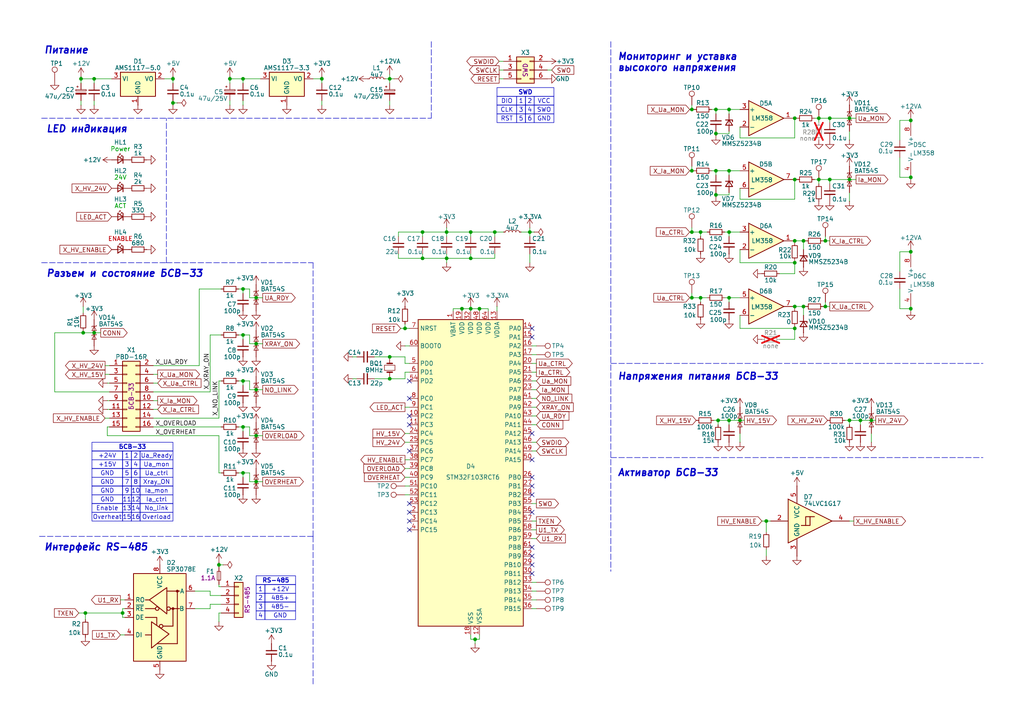
<source format=kicad_sch>
(kicad_sch
	(version 20231120)
	(generator "eeschema")
	(generator_version "8.0")
	(uuid "6c65de10-338a-453a-825b-2efbb4a3a4c6")
	(paper "A4")
	(title_block
		(title "RS485_BSV")
		(rev "2")
		(company "ООО \"Экросхим\"")
		(comment 1 "Антон Мухин")
	)
	
	(junction
		(at 137.795 185.42)
		(diameter 0)
		(color 0 0 0 0)
		(uuid "028f75c9-d258-4904-87ba-7069c7214d14")
	)
	(junction
		(at 233.045 88.9)
		(diameter 0)
		(color 0 0 0 0)
		(uuid "03b4c123-4b85-480d-b7af-984e3d281b4a")
	)
	(junction
		(at 113.03 103.505)
		(diameter 0)
		(color 0 0 0 0)
		(uuid "07d2f221-592d-4fa5-bc0a-5be6a9d64076")
	)
	(junction
		(at 211.455 49.53)
		(diameter 0)
		(color 0 0 0 0)
		(uuid "142f5400-f47f-47e0-95ff-840207fdaa9a")
	)
	(junction
		(at 153.67 67.31)
		(diameter 0)
		(color 0 0 0 0)
		(uuid "1567a187-8bba-4052-b369-9b3cccca3c0c")
	)
	(junction
		(at 113.03 22.86)
		(diameter 0)
		(color 0 0 0 0)
		(uuid "18465d2c-b2f3-4653-8b81-1db6a6c44b37")
	)
	(junction
		(at 230.505 52.07)
		(diameter 0)
		(color 0 0 0 0)
		(uuid "18a7e549-e86e-4e76-846d-76da442098b5")
	)
	(junction
		(at 200.66 86.36)
		(diameter 0)
		(color 0 0 0 0)
		(uuid "1924b925-4fc2-4c56-94b1-d6bd4f288edc")
	)
	(junction
		(at 211.455 86.36)
		(diameter 0)
		(color 0 0 0 0)
		(uuid "1a3a0cbe-399a-4b04-a6c1-2301a8819294")
	)
	(junction
		(at 70.485 22.86)
		(diameter 0)
		(color 0 0 0 0)
		(uuid "1fda85d9-9523-4a24-84ad-7129a5d4dab0")
	)
	(junction
		(at 211.455 121.92)
		(diameter 0)
		(color 0 0 0 0)
		(uuid "201cb554-f15c-4ed6-8800-f665e2a45886")
	)
	(junction
		(at 240.665 52.07)
		(diameter 0)
		(color 0 0 0 0)
		(uuid "201e47f4-24f3-4f85-90b2-057eb6e0c4ae")
	)
	(junction
		(at 74.295 126.365)
		(diameter 0)
		(color 0 0 0 0)
		(uuid "2a17aedd-31ad-4930-be04-0e5dd93fdc58")
	)
	(junction
		(at 214.63 121.92)
		(diameter 0)
		(color 0 0 0 0)
		(uuid "2b650fe2-2fcf-4af2-8833-7461857a13eb")
	)
	(junction
		(at 239.395 88.9)
		(diameter 0)
		(color 0 0 0 0)
		(uuid "31d521ae-c6d6-478c-a3fc-a44d3c21bc23")
	)
	(junction
		(at 117.475 95.25)
		(diameter 0)
		(color 0 0 0 0)
		(uuid "32c8fb3e-6757-4004-88a6-eab9fc4c266b")
	)
	(junction
		(at 246.38 121.92)
		(diameter 0)
		(color 0 0 0 0)
		(uuid "387a3d09-4a2d-482d-8fed-8b0509d74470")
	)
	(junction
		(at 27.305 22.86)
		(diameter 0)
		(color 0 0 0 0)
		(uuid "3963be55-fe21-4423-971b-cfd39aaf920f")
	)
	(junction
		(at 74.295 99.695)
		(diameter 0)
		(color 0 0 0 0)
		(uuid "39ad3b18-dabd-4482-8625-2e1970e1c579")
	)
	(junction
		(at 136.525 74.93)
		(diameter 0)
		(color 0 0 0 0)
		(uuid "3a9cc08f-ae2d-48fc-b254-d2db11ef9972")
	)
	(junction
		(at 207.645 38.735)
		(diameter 0)
		(color 0 0 0 0)
		(uuid "41f7dcc6-c779-4f7b-91b5-f127b0734a1d")
	)
	(junction
		(at 207.645 49.53)
		(diameter 0)
		(color 0 0 0 0)
		(uuid "51369cf9-eaff-4b19-8628-56fd7e25c67d")
	)
	(junction
		(at 240.665 34.29)
		(diameter 0)
		(color 0 0 0 0)
		(uuid "51a49602-d382-4a8b-a234-1e7f5e37c165")
	)
	(junction
		(at 50.165 29.845)
		(diameter 0)
		(color 0 0 0 0)
		(uuid "525ebe3d-f493-4a52-9ca1-9943a9e6f157")
	)
	(junction
		(at 129.54 67.31)
		(diameter 0)
		(color 0 0 0 0)
		(uuid "5342a01d-1005-4fb1-a972-4610f611c9b7")
	)
	(junction
		(at 70.485 137.16)
		(diameter 0)
		(color 0 0 0 0)
		(uuid "535ad066-6b0e-46e2-8801-214176aa0a5f")
	)
	(junction
		(at 237.49 52.07)
		(diameter 0)
		(color 0 0 0 0)
		(uuid "5373bb7e-624d-4834-961e-74a70b38dd82")
	)
	(junction
		(at 74.295 86.36)
		(diameter 0)
		(color 0 0 0 0)
		(uuid "5a29dc6e-11ad-4d6b-84c0-3c3d383c1aa8")
	)
	(junction
		(at 27.305 96.52)
		(diameter 0)
		(color 0 0 0 0)
		(uuid "5f531aaf-b087-410b-b86c-5f5fdd5c19ad")
	)
	(junction
		(at 200.66 31.75)
		(diameter 0)
		(color 0 0 0 0)
		(uuid "63f2b922-6000-41af-9a2f-a6f469b164ae")
	)
	(junction
		(at 230.505 76.2)
		(diameter 0)
		(color 0 0 0 0)
		(uuid "650b11d4-4a51-4648-9063-2f51e5d35028")
	)
	(junction
		(at 70.485 110.49)
		(diameter 0)
		(color 0 0 0 0)
		(uuid "67f54780-34b0-4707-b6d2-06679fa8529f")
	)
	(junction
		(at 207.645 56.515)
		(diameter 0)
		(color 0 0 0 0)
		(uuid "6b43de8d-ca16-47e3-bf60-30d1bb7f10b5")
	)
	(junction
		(at 246.38 34.29)
		(diameter 0)
		(color 0 0 0 0)
		(uuid "6f526f89-ebdb-4216-a7a5-1a654398d3ab")
	)
	(junction
		(at 239.395 69.85)
		(diameter 0)
		(color 0 0 0 0)
		(uuid "786cf15d-4df3-420a-9655-0c7bcbc0748b")
	)
	(junction
		(at 70.485 97.155)
		(diameter 0)
		(color 0 0 0 0)
		(uuid "7d53c3ef-ba5f-43fc-b2f7-56efdf61d9f5")
	)
	(junction
		(at 23.495 22.86)
		(diameter 0)
		(color 0 0 0 0)
		(uuid "832a5b57-9a12-42fb-ab0f-df4a71c69ea8")
	)
	(junction
		(at 211.455 31.75)
		(diameter 0)
		(color 0 0 0 0)
		(uuid "88503189-f7fd-4f4d-9c2e-735031abe3fd")
	)
	(junction
		(at 264.16 51.435)
		(diameter 0)
		(color 0 0 0 0)
		(uuid "8c2a2a56-5003-4ced-aec4-4fecbc8a3beb")
	)
	(junction
		(at 136.525 89.535)
		(diameter 0)
		(color 0 0 0 0)
		(uuid "8f86a596-ff74-4806-93b1-b29436112164")
	)
	(junction
		(at 74.295 139.7)
		(diameter 0)
		(color 0 0 0 0)
		(uuid "9022db8d-4b75-4522-9472-750c0ec0164e")
	)
	(junction
		(at 208.28 121.92)
		(diameter 0)
		(color 0 0 0 0)
		(uuid "96bdb90e-0ae5-4b55-bbd7-b4b0f5cb1954")
	)
	(junction
		(at 66.675 22.86)
		(diameter 0)
		(color 0 0 0 0)
		(uuid "98a80fd5-ad61-477b-a0b1-ba8de1e33e9a")
	)
	(junction
		(at 139.065 89.535)
		(diameter 0)
		(color 0 0 0 0)
		(uuid "98c818b3-c907-492f-bf54-a5f90559103f")
	)
	(junction
		(at 74.295 113.03)
		(diameter 0)
		(color 0 0 0 0)
		(uuid "9d203400-e902-4760-bb7a-ada64c19b417")
	)
	(junction
		(at 129.54 74.93)
		(diameter 0)
		(color 0 0 0 0)
		(uuid "9d6e2cec-0cc1-4115-9da8-33730489b371")
	)
	(junction
		(at 264.16 89.535)
		(diameter 0)
		(color 0 0 0 0)
		(uuid "9e77e15f-1f60-45f5-9cc0-a733427a6b1c")
	)
	(junction
		(at 264.16 34.925)
		(diameter 0)
		(color 0 0 0 0)
		(uuid "9fc79d65-ce08-4a3b-ad09-4b202bf8ef39")
	)
	(junction
		(at 211.455 67.31)
		(diameter 0)
		(color 0 0 0 0)
		(uuid "a38f550d-8f14-468f-845d-b87b15186dd4")
	)
	(junction
		(at 222.25 151.13)
		(diameter 0)
		(color 0 0 0 0)
		(uuid "a8526302-b825-4b7a-a5fb-4f5e9948dfff")
	)
	(junction
		(at 70.485 123.825)
		(diameter 0)
		(color 0 0 0 0)
		(uuid "a9e8073f-31a6-45fa-b1c5-2d6686822aa2")
	)
	(junction
		(at 230.505 88.9)
		(diameter 0)
		(color 0 0 0 0)
		(uuid "ad1c0991-15b1-471f-8c72-32ea60383613")
	)
	(junction
		(at 122.555 74.93)
		(diameter 0)
		(color 0 0 0 0)
		(uuid "aed9a682-19c4-4da4-8319-d7e2b1c5341d")
	)
	(junction
		(at 70.485 83.82)
		(diameter 0)
		(color 0 0 0 0)
		(uuid "b07be636-9cd6-4689-8a5f-8bee901a1dda")
	)
	(junction
		(at 133.985 89.535)
		(diameter 0)
		(color 0 0 0 0)
		(uuid "b1935ccc-60df-4dc2-bff0-9e97b19f7588")
	)
	(junction
		(at 252.73 121.92)
		(diameter 0)
		(color 0 0 0 0)
		(uuid "b4e62bf5-f9fd-4995-bd1e-13a9dcaa276f")
	)
	(junction
		(at 35.56 177.8)
		(diameter 0)
		(color 0 0 0 0)
		(uuid "b7de33cc-5682-4dfe-a67d-ab598523ae35")
	)
	(junction
		(at 203.2 86.36)
		(diameter 0)
		(color 0 0 0 0)
		(uuid "b83da22c-5ecf-4067-bf7f-46c3cac49b5e")
	)
	(junction
		(at 200.66 49.53)
		(diameter 0)
		(color 0 0 0 0)
		(uuid "c001de54-f963-4bbe-a143-8cbf7fb9b02f")
	)
	(junction
		(at 50.165 22.86)
		(diameter 0)
		(color 0 0 0 0)
		(uuid "c4156526-00b3-4594-83fb-a9a66578b3b5")
	)
	(junction
		(at 200.66 67.31)
		(diameter 0)
		(color 0 0 0 0)
		(uuid "c50f2e61-5316-4300-9023-051cd1c70187")
	)
	(junction
		(at 113.03 109.855)
		(diameter 0)
		(color 0 0 0 0)
		(uuid "c80d926e-8b6c-4f76-9994-ddb05aa7c72a")
	)
	(junction
		(at 136.525 67.31)
		(diameter 0)
		(color 0 0 0 0)
		(uuid "c9ea5cbe-0d13-4af9-95ab-000eaf1c7952")
	)
	(junction
		(at 233.045 69.85)
		(diameter 0)
		(color 0 0 0 0)
		(uuid "cb15b7ff-22fe-4181-bbac-9bb9807dab9e")
	)
	(junction
		(at 230.505 34.29)
		(diameter 0)
		(color 0 0 0 0)
		(uuid "cce94616-07be-4230-b67f-01b7b9f2fb38")
	)
	(junction
		(at 230.505 69.85)
		(diameter 0)
		(color 0 0 0 0)
		(uuid "cdce00ae-dbdd-44ad-a5e2-6bb57bcc3eaf")
	)
	(junction
		(at 246.38 52.07)
		(diameter 0)
		(color 0 0 0 0)
		(uuid "d1aab4dc-45dd-4caa-8611-30856a0e58c8")
	)
	(junction
		(at 207.645 31.75)
		(diameter 0)
		(color 0 0 0 0)
		(uuid "d535521d-214f-4c03-ac8f-153454fd1ebe")
	)
	(junction
		(at 24.765 177.8)
		(diameter 0)
		(color 0 0 0 0)
		(uuid "d7a8f334-bd8b-4096-b721-5bc833248303")
	)
	(junction
		(at 230.505 95.25)
		(diameter 0)
		(color 0 0 0 0)
		(uuid "dd7016ba-6cb9-44c4-aa5c-98f02041eb6f")
	)
	(junction
		(at 249.555 121.92)
		(diameter 0)
		(color 0 0 0 0)
		(uuid "dded562e-6bd6-4a8f-a0c8-51b88b4f413b")
	)
	(junction
		(at 93.345 22.86)
		(diameter 0)
		(color 0 0 0 0)
		(uuid "e06691ed-a425-4955-8b27-5e0d25eca17f")
	)
	(junction
		(at 143.51 67.31)
		(diameter 0)
		(color 0 0 0 0)
		(uuid "e43ab1a2-4521-41b1-be9a-3c4c2df6ac5d")
	)
	(junction
		(at 63.5 163.83)
		(diameter 0)
		(color 0 0 0 0)
		(uuid "e65fac82-1b6c-47c3-aba0-a897edb9d695")
	)
	(junction
		(at 264.16 73.025)
		(diameter 0)
		(color 0 0 0 0)
		(uuid "f0439937-81fa-4d7e-9f4f-b43961265c2e")
	)
	(junction
		(at 122.555 67.31)
		(diameter 0)
		(color 0 0 0 0)
		(uuid "f5c0138d-f900-4f37-9ef6-cf6157ebb2db")
	)
	(junction
		(at 24.13 96.52)
		(diameter 0)
		(color 0 0 0 0)
		(uuid "f7f4384f-5d54-4ffd-a5e7-5be3e4debcf1")
	)
	(junction
		(at 237.49 34.29)
		(diameter 0)
		(color 0 0 0 0)
		(uuid "fb9d993b-685f-4bca-a7c0-794e76bbe83a")
	)
	(junction
		(at 203.2 67.31)
		(diameter 0)
		(color 0 0 0 0)
		(uuid "ffd3bad9-484d-436c-8f31-4fdf8f4f4e26")
	)
	(no_connect
		(at 118.745 153.67)
		(uuid "0834aeb8-08ea-4bb3-84ac-18cfcb52ef26")
	)
	(no_connect
		(at 118.745 115.57)
		(uuid "0ad6f0e4-1fa6-48b0-b101-61a95672f9a0")
	)
	(no_connect
		(at 118.745 151.13)
		(uuid "0e7ff874-4a3c-4f53-9566-caec51cc5c73")
	)
	(no_connect
		(at 154.305 143.51)
		(uuid "1168b790-c158-4bc5-b993-0509710be6ae")
	)
	(no_connect
		(at 118.745 148.59)
		(uuid "197854e8-6ac9-4314-b11e-85ce7c1bc8ca")
	)
	(no_connect
		(at 154.305 166.37)
		(uuid "1d029e18-04e6-4b8a-9bbe-04176ae73e7e")
	)
	(no_connect
		(at 154.305 148.59)
		(uuid "27645f68-7a86-4afc-b2ff-5128f78c8db8")
	)
	(no_connect
		(at 118.745 110.49)
		(uuid "2fa91cad-ffd7-475e-aa67-1624066e681f")
	)
	(no_connect
		(at 154.305 125.73)
		(uuid "3b463ab6-f5f9-44b3-a4be-1203881addca")
	)
	(no_connect
		(at 118.745 120.65)
		(uuid "4c434255-1bfc-4a5f-855b-cb23e74a2713")
	)
	(no_connect
		(at 154.305 140.97)
		(uuid "537669dc-1627-4a4f-a7d9-8d0b2c1e5a4a")
	)
	(no_connect
		(at 154.305 97.79)
		(uuid "551972c5-f945-4957-a485-2092100fb9bd")
	)
	(no_connect
		(at 154.305 95.25)
		(uuid "59e286dd-76fb-4f27-adef-7106d187d064")
	)
	(no_connect
		(at 154.305 138.43)
		(uuid "5c7b122d-d5d0-4972-b431-a6cd4a7e25e7")
	)
	(no_connect
		(at 154.305 161.29)
		(uuid "66e0c3fa-4be9-4ccd-b614-d91cb3c22c98")
	)
	(no_connect
		(at 154.305 163.83)
		(uuid "6b369e54-ed59-4e00-9d8e-029d5f39b60e")
	)
	(no_connect
		(at 154.305 133.35)
		(uuid "a805e864-6f13-4e7d-91e3-20fcd73eb516")
	)
	(no_connect
		(at 118.745 146.05)
		(uuid "af9622c2-776d-4a10-aed3-3bb05ae9721e")
	)
	(no_connect
		(at 154.305 158.75)
		(uuid "b693ae24-c993-4031-be2e-e42ffd9571b5")
	)
	(no_connect
		(at 118.745 123.19)
		(uuid "b778fa1e-75ca-480e-954b-7b31b8a6a4d4")
	)
	(no_connect
		(at 118.745 130.81)
		(uuid "e7c56ad5-54fe-4a2e-9d7a-421dfcf281de")
	)
	(wire
		(pts
			(xy 203.2 86.36) (xy 205.105 86.36)
		)
		(stroke
			(width 0)
			(type default)
		)
		(uuid "00184aa8-a097-46d9-92a7-d5ac068f8aa3")
	)
	(wire
		(pts
			(xy 151.13 67.31) (xy 153.67 67.31)
		)
		(stroke
			(width 0)
			(type default)
		)
		(uuid "00ab969e-01c4-4f55-87f9-63185d980561")
	)
	(wire
		(pts
			(xy 122.555 73.66) (xy 122.555 74.93)
		)
		(stroke
			(width 0)
			(type default)
		)
		(uuid "0120f516-63ba-4324-b199-b5702a054add")
	)
	(wire
		(pts
			(xy 230.505 95.25) (xy 230.505 94.615)
		)
		(stroke
			(width 0)
			(type default)
		)
		(uuid "01f14fad-704c-4733-aa2d-7a4a30d7e211")
	)
	(wire
		(pts
			(xy 31.115 118.745) (xy 31.75 118.745)
		)
		(stroke
			(width 0)
			(type default)
		)
		(uuid "02956a92-7300-4a4d-9dbd-73ac8f61ac67")
	)
	(wire
		(pts
			(xy 44.45 113.665) (xy 60.96 113.665)
		)
		(stroke
			(width 0)
			(type default)
		)
		(uuid "02ff17cc-cabb-4a80-a9eb-cc5427d3b016")
	)
	(wire
		(pts
			(xy 207.645 31.75) (xy 211.455 31.75)
		)
		(stroke
			(width 0)
			(type default)
		)
		(uuid "0370a8c5-8b22-42b9-9ebc-c18ba14bd879")
	)
	(wire
		(pts
			(xy 63.5 163.195) (xy 63.5 163.83)
		)
		(stroke
			(width 0)
			(type default)
		)
		(uuid "0397a6ae-d068-4399-985b-046bad321fc9")
	)
	(wire
		(pts
			(xy 15.875 113.665) (xy 15.875 96.52)
		)
		(stroke
			(width 0)
			(type default)
		)
		(uuid "050ba2b4-8432-4436-af0b-9293cd60ac7e")
	)
	(wire
		(pts
			(xy 214.63 36.83) (xy 214.63 40.005)
		)
		(stroke
			(width 0)
			(type default)
		)
		(uuid "05292d8b-5ead-4a23-bb96-86f795bb9e22")
	)
	(wire
		(pts
			(xy 214.63 91.44) (xy 214.63 95.25)
		)
		(stroke
			(width 0)
			(type default)
		)
		(uuid "062b6249-e3d8-4186-9aaf-4d6f33bb8a15")
	)
	(wire
		(pts
			(xy 24.765 177.8) (xy 35.56 177.8)
		)
		(stroke
			(width 0)
			(type default)
		)
		(uuid "07ca210d-0b0e-4478-85a6-e45d31b2d61e")
	)
	(wire
		(pts
			(xy 206.375 31.75) (xy 207.645 31.75)
		)
		(stroke
			(width 0)
			(type default)
		)
		(uuid "08287f04-c631-4d8b-913f-4538d188032e")
	)
	(wire
		(pts
			(xy 211.455 31.75) (xy 214.63 31.75)
		)
		(stroke
			(width 0)
			(type default)
		)
		(uuid "09589fb2-fc95-4a9b-b278-e3eca372a352")
	)
	(polyline
		(pts
			(xy 48.26 76.2) (xy 48.26 34.29)
		)
		(stroke
			(width 0)
			(type dash)
		)
		(uuid "098b4abe-6028-4385-93fd-1a4c60fb5f41")
	)
	(wire
		(pts
			(xy 50.165 29.845) (xy 50.165 30.48)
		)
		(stroke
			(width 0)
			(type default)
		)
		(uuid "0c4db5b8-d8e9-4142-b35d-14086770ad0a")
	)
	(wire
		(pts
			(xy 115.57 74.93) (xy 122.555 74.93)
		)
		(stroke
			(width 0)
			(type default)
		)
		(uuid "0d2ff679-8ae8-4bdd-9f5e-ca0628151861")
	)
	(wire
		(pts
			(xy 45.72 108.585) (xy 44.45 108.585)
		)
		(stroke
			(width 0)
			(type default)
		)
		(uuid "0d47c742-759a-4138-a4b7-e3e2dfa17b61")
	)
	(wire
		(pts
			(xy 222.25 161.29) (xy 222.25 159.385)
		)
		(stroke
			(width 0)
			(type default)
		)
		(uuid "0dae94c4-3463-442c-81ed-541dd491eda4")
	)
	(wire
		(pts
			(xy 211.455 121.92) (xy 214.63 121.92)
		)
		(stroke
			(width 0)
			(type default)
		)
		(uuid "0eb65e20-3408-4921-adc2-ca63320d75ac")
	)
	(wire
		(pts
			(xy 214.63 95.25) (xy 230.505 95.25)
		)
		(stroke
			(width 0)
			(type default)
		)
		(uuid "10878638-b768-4f49-b90a-86562b304785")
	)
	(wire
		(pts
			(xy 70.485 83.82) (xy 70.485 85.09)
		)
		(stroke
			(width 0)
			(type default)
		)
		(uuid "109ebf84-39af-40d8-b2b8-902b4510475c")
	)
	(wire
		(pts
			(xy 63.5 137.16) (xy 64.135 137.16)
		)
		(stroke
			(width 0)
			(type default)
		)
		(uuid "123ceee3-aa74-4d8c-a260-a89c875d2d3c")
	)
	(wire
		(pts
			(xy 72.39 137.16) (xy 72.39 139.7)
		)
		(stroke
			(width 0)
			(type default)
		)
		(uuid "126e0a17-6b55-44b1-81cf-06ce515e6879")
	)
	(wire
		(pts
			(xy 129.54 74.93) (xy 136.525 74.93)
		)
		(stroke
			(width 0)
			(type default)
		)
		(uuid "12aa7981-3085-4e9b-86f6-77324a7d76d4")
	)
	(wire
		(pts
			(xy 63.5 126.365) (xy 63.5 137.16)
		)
		(stroke
			(width 0)
			(type default)
		)
		(uuid "15292b7c-784c-472e-8726-336a2f3535eb")
	)
	(wire
		(pts
			(xy 155.575 176.53) (xy 154.305 176.53)
		)
		(stroke
			(width 0)
			(type default)
		)
		(uuid "1542906d-f1fc-4260-97c6-655aa3b982fc")
	)
	(wire
		(pts
			(xy 260.985 89.535) (xy 264.16 89.535)
		)
		(stroke
			(width 0)
			(type default)
		)
		(uuid "15890e58-afed-4e0e-8764-ea9b0c4353be")
	)
	(wire
		(pts
			(xy 264.16 72.39) (xy 264.16 73.025)
		)
		(stroke
			(width 0)
			(type default)
		)
		(uuid "15f3fa0b-7af9-4fa2-a448-18f16d492f05")
	)
	(wire
		(pts
			(xy 136.525 89.535) (xy 136.525 90.17)
		)
		(stroke
			(width 0)
			(type default)
		)
		(uuid "169de1a7-00ef-406a-b7fa-32c8b46ed547")
	)
	(wire
		(pts
			(xy 70.485 83.82) (xy 72.39 83.82)
		)
		(stroke
			(width 0)
			(type default)
		)
		(uuid "16f9da02-648f-41fb-9b93-897054cef84a")
	)
	(wire
		(pts
			(xy 122.555 68.58) (xy 122.555 67.31)
		)
		(stroke
			(width 0)
			(type default)
		)
		(uuid "18f521a5-89f2-48db-a66c-f4e985c507c8")
	)
	(wire
		(pts
			(xy 203.2 67.31) (xy 205.105 67.31)
		)
		(stroke
			(width 0)
			(type default)
		)
		(uuid "1ab415f3-3084-4ac9-b28e-8171a3a6cce4")
	)
	(wire
		(pts
			(xy 155.575 130.81) (xy 154.305 130.81)
		)
		(stroke
			(width 0)
			(type default)
		)
		(uuid "1c19cca2-fa12-423a-9bff-ed125c1b5f2d")
	)
	(wire
		(pts
			(xy 117.475 93.98) (xy 117.475 95.25)
		)
		(stroke
			(width 0)
			(type default)
		)
		(uuid "1cdcd346-4185-4320-9335-911a61e0d060")
	)
	(wire
		(pts
			(xy 108.585 109.855) (xy 113.03 109.855)
		)
		(stroke
			(width 0)
			(type default)
		)
		(uuid "1dbb3eee-cb26-4f9c-8410-fff9a1ab7640")
	)
	(wire
		(pts
			(xy 246.38 58.42) (xy 246.38 55.88)
		)
		(stroke
			(width 0)
			(type default)
		)
		(uuid "1e249161-a780-4699-bcf0-9f3b051d5da1")
	)
	(wire
		(pts
			(xy 230.505 52.07) (xy 231.14 52.07)
		)
		(stroke
			(width 0)
			(type default)
		)
		(uuid "1ee53d9e-fb16-4cb0-91a8-ad25e1ec525c")
	)
	(wire
		(pts
			(xy 117.475 140.97) (xy 118.745 140.97)
		)
		(stroke
			(width 0)
			(type default)
		)
		(uuid "20b51dc5-356c-4ec8-b96b-935a6e2a29ef")
	)
	(wire
		(pts
			(xy 44.45 106.045) (xy 57.785 106.045)
		)
		(stroke
			(width 0)
			(type default)
		)
		(uuid "20f2311b-0ea2-448f-91b5-de31e2be8193")
	)
	(wire
		(pts
			(xy 35.56 179.07) (xy 35.56 177.8)
		)
		(stroke
			(width 0)
			(type default)
		)
		(uuid "22d48507-04b2-4c8c-b466-9bf5686dfde7")
	)
	(wire
		(pts
			(xy 214.63 76.2) (xy 230.505 76.2)
		)
		(stroke
			(width 0)
			(type default)
		)
		(uuid "22f19cb0-add3-485a-8760-a6bc353ff6d3")
	)
	(wire
		(pts
			(xy 70.485 97.155) (xy 70.485 98.425)
		)
		(stroke
			(width 0)
			(type default)
		)
		(uuid "246ea579-7ec1-41df-8092-707961c507bc")
	)
	(wire
		(pts
			(xy 141.605 89.535) (xy 139.065 89.535)
		)
		(stroke
			(width 0)
			(type default)
		)
		(uuid "257fad00-78c6-43bf-a1fb-f2a05a440c5d")
	)
	(wire
		(pts
			(xy 35.56 177.8) (xy 35.56 176.53)
		)
		(stroke
			(width 0)
			(type default)
		)
		(uuid "26b3038a-025c-4bf4-935e-1a3ec7a94c9e")
	)
	(wire
		(pts
			(xy 57.785 106.045) (xy 57.785 83.82)
		)
		(stroke
			(width 0)
			(type default)
		)
		(uuid "2774e1f2-cd0a-4ff5-9c9d-c6c527cc4fdb")
	)
	(wire
		(pts
			(xy 229.87 34.29) (xy 230.505 34.29)
		)
		(stroke
			(width 0)
			(type default)
		)
		(uuid "28098d02-115d-44f1-a82d-ce1eb29d50b6")
	)
	(wire
		(pts
			(xy 74.295 139.7) (xy 76.2 139.7)
		)
		(stroke
			(width 0)
			(type default)
		)
		(uuid "282e39d4-1419-4d67-804c-3d536eea48e6")
	)
	(wire
		(pts
			(xy 211.455 49.53) (xy 214.63 49.53)
		)
		(stroke
			(width 0)
			(type default)
		)
		(uuid "283be788-0298-458c-9c22-e88eafbbf37c")
	)
	(wire
		(pts
			(xy 155.575 105.41) (xy 154.305 105.41)
		)
		(stroke
			(width 0)
			(type default)
		)
		(uuid "288c4b13-3e6d-4992-ac08-86d052fbeecc")
	)
	(wire
		(pts
			(xy 117.475 138.43) (xy 118.745 138.43)
		)
		(stroke
			(width 0)
			(type default)
		)
		(uuid "28a8c4f7-7fd3-4bdd-b72d-2e8ead6a510b")
	)
	(wire
		(pts
			(xy 23.495 22.86) (xy 23.495 24.13)
		)
		(stroke
			(width 0)
			(type default)
		)
		(uuid "29477350-ba2d-4101-9b98-0886c6972ee3")
	)
	(wire
		(pts
			(xy 137.795 185.42) (xy 139.065 185.42)
		)
		(stroke
			(width 0)
			(type default)
		)
		(uuid "294c1c53-d512-4124-9a28-dca73b847fed")
	)
	(wire
		(pts
			(xy 63.5 177.8) (xy 63.5 180.34)
		)
		(stroke
			(width 0)
			(type default)
		)
		(uuid "29ab4b1d-41d8-4ed9-ae4f-f8172922f126")
	)
	(wire
		(pts
			(xy 70.485 137.16) (xy 72.39 137.16)
		)
		(stroke
			(width 0)
			(type default)
		)
		(uuid "29ed41a2-2149-423b-af84-ae9bef1b73f3")
	)
	(wire
		(pts
			(xy 252.73 125.73) (xy 252.73 128.27)
		)
		(stroke
			(width 0)
			(type default)
		)
		(uuid "2bbae60c-409f-47e6-b426-68c8cf18393f")
	)
	(polyline
		(pts
			(xy 177.165 105.41) (xy 285.115 105.41)
		)
		(stroke
			(width 0)
			(type dash)
		)
		(uuid "2c572868-fb26-448c-bf29-99582634bd4d")
	)
	(wire
		(pts
			(xy 141.605 90.17) (xy 141.605 89.535)
		)
		(stroke
			(width 0)
			(type default)
		)
		(uuid "2e26ea72-adb4-4c73-a9c4-72efb21129f2")
	)
	(wire
		(pts
			(xy 230.505 79.375) (xy 230.505 76.2)
		)
		(stroke
			(width 0)
			(type default)
		)
		(uuid "2e597503-ffec-4c71-a11b-dc9f874c871d")
	)
	(wire
		(pts
			(xy 207.01 121.92) (xy 208.28 121.92)
		)
		(stroke
			(width 0)
			(type default)
		)
		(uuid "2edde12c-d59f-4b87-b6e7-1d7ef82b75e3")
	)
	(wire
		(pts
			(xy 214.63 72.39) (xy 214.63 76.2)
		)
		(stroke
			(width 0)
			(type default)
		)
		(uuid "2fb6ce58-8e7d-427d-94cb-0de3e3afca39")
	)
	(wire
		(pts
			(xy 233.045 88.9) (xy 233.68 88.9)
		)
		(stroke
			(width 0)
			(type default)
		)
		(uuid "3089fdfa-8c62-4f87-8d81-4159222c66ce")
	)
	(wire
		(pts
			(xy 239.395 69.85) (xy 240.665 69.85)
		)
		(stroke
			(width 0)
			(type default)
		)
		(uuid "30999ea2-48a3-4a65-850f-1862e2cf1fde")
	)
	(wire
		(pts
			(xy 117.475 103.505) (xy 113.03 103.505)
		)
		(stroke
			(width 0)
			(type default)
		)
		(uuid "30e6e9d1-f6c4-4fe3-954d-930123a182de")
	)
	(wire
		(pts
			(xy 207.645 57.15) (xy 207.645 56.515)
		)
		(stroke
			(width 0)
			(type default)
		)
		(uuid "31878509-7cf8-4b47-a6d3-ee7cb3051110")
	)
	(wire
		(pts
			(xy 230.505 69.85) (xy 233.045 69.85)
		)
		(stroke
			(width 0)
			(type default)
		)
		(uuid "320aef2b-8115-4e29-b370-4888f669e126")
	)
	(wire
		(pts
			(xy 45.72 111.125) (xy 44.45 111.125)
		)
		(stroke
			(width 0)
			(type default)
		)
		(uuid "3245758f-651b-444d-b45e-90bf24f3ce83")
	)
	(wire
		(pts
			(xy 200.025 67.31) (xy 200.66 67.31)
		)
		(stroke
			(width 0)
			(type default)
		)
		(uuid "336c1a9c-ad86-4085-b979-fa8e7af73b12")
	)
	(wire
		(pts
			(xy 237.49 34.29) (xy 237.49 35.56)
		)
		(stroke
			(width 0)
			(type default)
		)
		(uuid "33ef101a-850a-41b2-a8ae-ee00b797dffd")
	)
	(wire
		(pts
			(xy 136.525 185.42) (xy 137.795 185.42)
		)
		(stroke
			(width 0)
			(type default)
		)
		(uuid "3431d044-4a42-4082-8ab6-ce4445dff65c")
	)
	(wire
		(pts
			(xy 230.505 88.9) (xy 233.045 88.9)
		)
		(stroke
			(width 0)
			(type default)
		)
		(uuid "357fa9c3-92bd-48a1-879f-694cc27637d5")
	)
	(wire
		(pts
			(xy 155.575 120.65) (xy 154.305 120.65)
		)
		(stroke
			(width 0)
			(type default)
		)
		(uuid "3626f021-d722-45fb-bb0d-585a27f61b87")
	)
	(wire
		(pts
			(xy 113.03 109.855) (xy 113.03 109.22)
		)
		(stroke
			(width 0)
			(type default)
		)
		(uuid "36afa65e-aaed-467f-8eb5-46078f9d8431")
	)
	(wire
		(pts
			(xy 144.145 88.9) (xy 144.145 90.17)
		)
		(stroke
			(width 0)
			(type default)
		)
		(uuid "36defc11-29f9-426e-b687-fcb4f5dcaebd")
	)
	(wire
		(pts
			(xy 207.645 49.53) (xy 211.455 49.53)
		)
		(stroke
			(width 0)
			(type default)
		)
		(uuid "37b2fd00-08ed-417a-8a05-5c2dc578a2ad")
	)
	(wire
		(pts
			(xy 264.16 73.025) (xy 264.16 73.66)
		)
		(stroke
			(width 0)
			(type default)
		)
		(uuid "3845c0e2-4b1c-49dd-921f-23f8fea021ad")
	)
	(wire
		(pts
			(xy 117.475 105.41) (xy 117.475 103.505)
		)
		(stroke
			(width 0)
			(type default)
		)
		(uuid "389ee582-0b07-4a5a-a490-19e14ab1dd42")
	)
	(wire
		(pts
			(xy 222.25 151.13) (xy 223.52 151.13)
		)
		(stroke
			(width 0)
			(type default)
		)
		(uuid "38a3490e-6c79-4f3a-912c-174729d78567")
	)
	(wire
		(pts
			(xy 60.96 113.665) (xy 60.96 97.155)
		)
		(stroke
			(width 0)
			(type default)
		)
		(uuid "3a0700d5-75eb-45ba-9705-693a18f52b5f")
	)
	(wire
		(pts
			(xy 211.455 38.1) (xy 211.455 38.735)
		)
		(stroke
			(width 0)
			(type default)
		)
		(uuid "3a248325-2fb0-4975-a220-09b5117f3a2c")
	)
	(wire
		(pts
			(xy 237.49 52.07) (xy 237.49 53.34)
		)
		(stroke
			(width 0)
			(type default)
		)
		(uuid "3a83bf82-f5c6-457d-80a8-fe8bdfe4313c")
	)
	(wire
		(pts
			(xy 155.575 151.13) (xy 154.305 151.13)
		)
		(stroke
			(width 0)
			(type default)
		)
		(uuid "3af111f2-1320-4e8a-a2b9-fa77ff94adee")
	)
	(wire
		(pts
			(xy 211.455 49.53) (xy 211.455 50.8)
		)
		(stroke
			(width 0)
			(type default)
		)
		(uuid "3b7bd9d0-eb46-475d-92a2-d4b8668b5d84")
	)
	(wire
		(pts
			(xy 211.455 67.31) (xy 214.63 67.31)
		)
		(stroke
			(width 0)
			(type default)
		)
		(uuid "3c858e11-845a-432b-8504-14816f003830")
	)
	(wire
		(pts
			(xy 200.025 31.75) (xy 200.66 31.75)
		)
		(stroke
			(width 0)
			(type default)
		)
		(uuid "3d047e45-0762-4e0f-a655-022a349c3fe1")
	)
	(wire
		(pts
			(xy 260.985 83.82) (xy 260.985 89.535)
		)
		(stroke
			(width 0)
			(type default)
		)
		(uuid "3e7930f5-050c-4b97-9abd-f13e071135b4")
	)
	(wire
		(pts
			(xy 70.485 123.825) (xy 70.485 125.095)
		)
		(stroke
			(width 0)
			(type default)
		)
		(uuid "3f9707de-0277-44de-b34b-8ef5f5792c7b")
	)
	(wire
		(pts
			(xy 70.485 22.86) (xy 75.565 22.86)
		)
		(stroke
			(width 0)
			(type default)
		)
		(uuid "3f9cb76a-2267-44d6-9545-e1568dde90e4")
	)
	(wire
		(pts
			(xy 45.72 118.745) (xy 44.45 118.745)
		)
		(stroke
			(width 0)
			(type default)
		)
		(uuid "3fa7f5ab-7e68-4968-9ebf-2babd438aefe")
	)
	(wire
		(pts
			(xy 30.48 121.285) (xy 31.75 121.285)
		)
		(stroke
			(width 0)
			(type default)
		)
		(uuid "3fb8f159-7f0c-4c6a-a11f-b6a2fcaa96c3")
	)
	(wire
		(pts
			(xy 136.525 67.31) (xy 136.525 68.58)
		)
		(stroke
			(width 0)
			(type default)
		)
		(uuid "3ff66be5-24ea-4167-a6df-b4a2b886dd46")
	)
	(wire
		(pts
			(xy 50.165 22.225) (xy 50.165 22.86)
		)
		(stroke
			(width 0)
			(type default)
		)
		(uuid "405f1fc8-3803-41df-8be6-472c54d228d9")
	)
	(wire
		(pts
			(xy 66.675 29.21) (xy 66.675 30.48)
		)
		(stroke
			(width 0)
			(type default)
		)
		(uuid "4127633f-2b4e-48b4-888f-ec6eb116ffcb")
	)
	(wire
		(pts
			(xy 246.38 34.29) (xy 248.285 34.29)
		)
		(stroke
			(width 0)
			(type default)
		)
		(uuid "41d284a3-0b93-43c6-8715-5d050dffb08b")
	)
	(wire
		(pts
			(xy 129.54 67.31) (xy 136.525 67.31)
		)
		(stroke
			(width 0)
			(type default)
		)
		(uuid "434c2c7e-8ae7-422d-a3a2-a6529f214ef7")
	)
	(wire
		(pts
			(xy 115.57 73.66) (xy 115.57 74.93)
		)
		(stroke
			(width 0)
			(type default)
		)
		(uuid "436076e8-1a33-4455-9338-cdf13e2ee2a3")
	)
	(wire
		(pts
			(xy 155.575 146.05) (xy 154.305 146.05)
		)
		(stroke
			(width 0)
			(type default)
		)
		(uuid "43e98e1d-627b-4e12-a0cc-b2e6dbcfeec3")
	)
	(wire
		(pts
			(xy 116.205 95.25) (xy 117.475 95.25)
		)
		(stroke
			(width 0)
			(type default)
		)
		(uuid "44198ad6-4707-4e39-a1fa-3c4f509dd8e3")
	)
	(wire
		(pts
			(xy 57.785 83.82) (xy 64.135 83.82)
		)
		(stroke
			(width 0)
			(type default)
		)
		(uuid "44a9906e-0fa8-4a6b-a9f5-db31672d35a2")
	)
	(wire
		(pts
			(xy 264.16 89.535) (xy 264.16 88.9)
		)
		(stroke
			(width 0)
			(type default)
		)
		(uuid "45358f9e-466d-4968-ad42-ac36120054c9")
	)
	(wire
		(pts
			(xy 229.87 52.07) (xy 230.505 52.07)
		)
		(stroke
			(width 0)
			(type default)
		)
		(uuid "4579bc35-f63a-4d08-8a46-0fa55385c310")
	)
	(wire
		(pts
			(xy 60.96 171.45) (xy 56.515 171.45)
		)
		(stroke
			(width 0)
			(type default)
		)
		(uuid "45851636-3826-4b32-873d-f408b303e837")
	)
	(wire
		(pts
			(xy 211.455 121.92) (xy 211.455 123.19)
		)
		(stroke
			(width 0)
			(type default)
		)
		(uuid "4646e1e9-09ac-4094-8a0c-31d3f9d6c6ca")
	)
	(wire
		(pts
			(xy 211.455 67.31) (xy 211.455 68.58)
		)
		(stroke
			(width 0)
			(type default)
		)
		(uuid "467b3ba2-7ac6-4c38-8af8-12b99ec77965")
	)
	(wire
		(pts
			(xy 117.475 107.95) (xy 117.475 109.855)
		)
		(stroke
			(width 0)
			(type default)
		)
		(uuid "4763563c-c8b3-4e0c-8bf4-4d9a79674d13")
	)
	(wire
		(pts
			(xy 229.87 88.9) (xy 230.505 88.9)
		)
		(stroke
			(width 0)
			(type default)
		)
		(uuid "477261df-c6cb-4bbf-b35c-9a7ac4514e37")
	)
	(wire
		(pts
			(xy 27.305 29.21) (xy 27.305 30.48)
		)
		(stroke
			(width 0)
			(type default)
		)
		(uuid "47d76363-4b09-41f9-8462-c23d5e2ea01c")
	)
	(wire
		(pts
			(xy 230.505 69.85) (xy 230.505 70.485)
		)
		(stroke
			(width 0)
			(type default)
		)
		(uuid "47f47786-b94c-4c79-80e7-90b2785cd67a")
	)
	(wire
		(pts
			(xy 117.475 143.51) (xy 118.745 143.51)
		)
		(stroke
			(width 0)
			(type default)
		)
		(uuid "48458cf7-2f4b-4ea1-8f09-005728b07166")
	)
	(wire
		(pts
			(xy 31.115 126.365) (xy 63.5 126.365)
		)
		(stroke
			(width 0)
			(type default)
		)
		(uuid "49062658-0ece-440f-bd23-b6051fc4a04b")
	)
	(wire
		(pts
			(xy 139.065 89.535) (xy 139.065 90.17)
		)
		(stroke
			(width 0)
			(type default)
		)
		(uuid "4924dcca-4e49-4602-b164-890b5f1a8147")
	)
	(wire
		(pts
			(xy 143.51 67.31) (xy 146.05 67.31)
		)
		(stroke
			(width 0)
			(type default)
		)
		(uuid "4b1c8ad5-e9d6-49cf-ba0d-2cc27bfa567c")
	)
	(wire
		(pts
			(xy 24.765 177.8) (xy 24.765 179.705)
		)
		(stroke
			(width 0)
			(type default)
		)
		(uuid "4c8f2735-0a5d-4f74-8ab0-060ef8618276")
	)
	(wire
		(pts
			(xy 230.505 57.785) (xy 230.505 52.07)
		)
		(stroke
			(width 0)
			(type default)
		)
		(uuid "4cfd96c1-1232-4c47-8839-0db1f4f587da")
	)
	(wire
		(pts
			(xy 34.925 184.15) (xy 36.195 184.15)
		)
		(stroke
			(width 0)
			(type default)
		)
		(uuid "4d0e9eca-f909-4d51-ace3-2e44406d477e")
	)
	(wire
		(pts
			(xy 74.295 86.36) (xy 76.2 86.36)
		)
		(stroke
			(width 0)
			(type default)
		)
		(uuid "4f0ee174-0796-47f7-98d3-0cc809dff7d0")
	)
	(wire
		(pts
			(xy 117.475 135.89) (xy 118.745 135.89)
		)
		(stroke
			(width 0)
			(type default)
		)
		(uuid "4f42b17d-4e36-46df-be16-4a783e530eb4")
	)
	(polyline
		(pts
			(xy 12.065 76.2) (xy 48.26 76.2)
		)
		(stroke
			(width 0)
			(type dash)
		)
		(uuid "518df918-351f-43c1-8ba3-833e66e9fe41")
	)
	(wire
		(pts
			(xy 237.49 34.29) (xy 240.665 34.29)
		)
		(stroke
			(width 0)
			(type default)
		)
		(uuid "534ef484-e57f-4c41-834e-8c00803c9b8e")
	)
	(wire
		(pts
			(xy 117.475 133.35) (xy 118.745 133.35)
		)
		(stroke
			(width 0)
			(type default)
		)
		(uuid "543ed86d-1f2e-4065-943e-062d474e22e0")
	)
	(wire
		(pts
			(xy 155.575 107.95) (xy 154.305 107.95)
		)
		(stroke
			(width 0)
			(type default)
		)
		(uuid "545aed36-e080-4d67-8b9f-56b22e968de3")
	)
	(wire
		(pts
			(xy 23.495 29.21) (xy 23.495 30.48)
		)
		(stroke
			(width 0)
			(type default)
		)
		(uuid "54f48156-f5c5-462a-afce-837484d58336")
	)
	(polyline
		(pts
			(xy 177.165 12.065) (xy 177.165 165.735)
		)
		(stroke
			(width 0)
			(type dash)
		)
		(uuid "5777051b-eb00-4886-bad9-6bc98cac7c68")
	)
	(polyline
		(pts
			(xy 177.165 132.715) (xy 285.115 132.715)
		)
		(stroke
			(width 0)
			(type dash)
		)
		(uuid "584810c5-a0b5-42cc-91cb-e9bb1b8fe80d")
	)
	(wire
		(pts
			(xy 22.86 177.8) (xy 24.765 177.8)
		)
		(stroke
			(width 0)
			(type default)
		)
		(uuid "595b327d-f7eb-49d4-97f4-76660524596e")
	)
	(wire
		(pts
			(xy 214.63 40.005) (xy 230.505 40.005)
		)
		(stroke
			(width 0)
			(type default)
		)
		(uuid "599e5b63-3184-4ae0-988d-e63377af5521")
	)
	(wire
		(pts
			(xy 211.455 31.75) (xy 211.455 33.02)
		)
		(stroke
			(width 0)
			(type default)
		)
		(uuid "59d35ac0-18b0-4e28-972d-ec5f00b48b90")
	)
	(wire
		(pts
			(xy 66.675 22.86) (xy 70.485 22.86)
		)
		(stroke
			(width 0)
			(type default)
		)
		(uuid "5a6c482f-6dec-474e-b953-9e5ac277e666")
	)
	(wire
		(pts
			(xy 50.165 22.86) (xy 50.165 24.13)
		)
		(stroke
			(width 0)
			(type default)
		)
		(uuid "5a713af7-24ca-4e06-8559-aa7b62b20af2")
	)
	(wire
		(pts
			(xy 264.16 90.17) (xy 264.16 89.535)
		)
		(stroke
			(width 0)
			(type default)
		)
		(uuid "5aeed5ae-5d50-4b3d-85ba-83ea314d6315")
	)
	(wire
		(pts
			(xy 240.665 52.07) (xy 246.38 52.07)
		)
		(stroke
			(width 0)
			(type default)
		)
		(uuid "5c01f605-299c-4b1f-9ecd-290f8d81a399")
	)
	(wire
		(pts
			(xy 69.215 83.82) (xy 70.485 83.82)
		)
		(stroke
			(width 0)
			(type default)
		)
		(uuid "5c7b0d04-1f63-49ac-8d65-5a54acee3cae")
	)
	(wire
		(pts
			(xy 230.505 98.425) (xy 230.505 95.25)
		)
		(stroke
			(width 0)
			(type default)
		)
		(uuid "5ca6832a-16f0-4cf6-88d3-351330757881")
	)
	(wire
		(pts
			(xy 210.185 67.31) (xy 211.455 67.31)
		)
		(stroke
			(width 0)
			(type default)
		)
		(uuid "5ce07929-2e62-4b7b-b301-0a5d5077dc60")
	)
	(wire
		(pts
			(xy 210.185 86.36) (xy 211.455 86.36)
		)
		(stroke
			(width 0)
			(type default)
		)
		(uuid "5d16ad16-7444-4b24-92a2-265411d67b3f")
	)
	(wire
		(pts
			(xy 35.56 176.53) (xy 36.195 176.53)
		)
		(stroke
			(width 0)
			(type default)
		)
		(uuid "5eaa968b-7fa3-4ccd-a07f-55d66a721ad7")
	)
	(wire
		(pts
			(xy 64.135 177.8) (xy 63.5 177.8)
		)
		(stroke
			(width 0)
			(type default)
		)
		(uuid "5eea3b24-38a7-40d0-8fe7-64899bc7bce6")
	)
	(wire
		(pts
			(xy 66.675 22.225) (xy 66.675 22.86)
		)
		(stroke
			(width 0)
			(type default)
		)
		(uuid "6168fb25-51c6-482b-a1af-7678e0299146")
	)
	(wire
		(pts
			(xy 233.045 69.85) (xy 233.045 72.39)
		)
		(stroke
			(width 0)
			(type default)
		)
		(uuid "61ce6067-f3a5-41b7-8201-f673fe97c63c")
	)
	(wire
		(pts
			(xy 208.28 121.92) (xy 211.455 121.92)
		)
		(stroke
			(width 0)
			(type default)
		)
		(uuid "61d19e82-ff29-4b4f-aeb7-9b241d5d5572")
	)
	(wire
		(pts
			(xy 133.985 89.535) (xy 136.525 89.535)
		)
		(stroke
			(width 0)
			(type default)
		)
		(uuid "62dcb93a-9e5a-4711-9ca6-c6a6b7e02fa3")
	)
	(wire
		(pts
			(xy 230.505 40.005) (xy 230.505 34.29)
		)
		(stroke
			(width 0)
			(type default)
		)
		(uuid "62e90d70-7114-43a1-9849-c4aa114e743e")
	)
	(wire
		(pts
			(xy 154.305 123.19) (xy 155.575 123.19)
		)
		(stroke
			(width 0)
			(type default)
		)
		(uuid "63580d9b-1dc6-4536-8e32-68e93e9a3526")
	)
	(wire
		(pts
			(xy 66.675 22.86) (xy 66.675 24.13)
		)
		(stroke
			(width 0)
			(type default)
		)
		(uuid "63929f55-c5bc-43ee-b383-d5dd9b98ab47")
	)
	(polyline
		(pts
			(xy 48.26 76.2) (xy 90.805 76.2)
		)
		(stroke
			(width 0)
			(type dash)
		)
		(uuid "63a00287-40bb-4c13-a092-916f0e9ed320")
	)
	(wire
		(pts
			(xy 200.66 66.04) (xy 200.66 67.31)
		)
		(stroke
			(width 0)
			(type default)
		)
		(uuid "6552bdb6-ff1d-4434-ac12-596ab2c9d421")
	)
	(wire
		(pts
			(xy 129.54 74.93) (xy 129.54 76.2)
		)
		(stroke
			(width 0)
			(type default)
		)
		(uuid "65bd03f9-5879-4de9-a6ca-444babbb7b77")
	)
	(wire
		(pts
			(xy 136.525 184.15) (xy 136.525 185.42)
		)
		(stroke
			(width 0)
			(type default)
		)
		(uuid "662b6f59-2f59-4463-b6d8-d6dae922be71")
	)
	(wire
		(pts
			(xy 214.63 57.785) (xy 230.505 57.785)
		)
		(stroke
			(width 0)
			(type default)
		)
		(uuid "6771574d-83d6-4075-acd6-a1b557231422")
	)
	(wire
		(pts
			(xy 238.76 69.85) (xy 239.395 69.85)
		)
		(stroke
			(width 0)
			(type default)
		)
		(uuid "67efc3d5-6e89-4172-9e38-d7a149c5df42")
	)
	(wire
		(pts
			(xy 237.49 52.07) (xy 240.665 52.07)
		)
		(stroke
			(width 0)
			(type default)
		)
		(uuid "682f2f0d-b42d-415e-9b5c-fe6c37f38f93")
	)
	(wire
		(pts
			(xy 260.985 73.025) (xy 264.16 73.025)
		)
		(stroke
			(width 0)
			(type default)
		)
		(uuid "68f22a08-a92c-44f2-b3fe-e28752951ce1")
	)
	(wire
		(pts
			(xy 260.985 40.64) (xy 260.985 34.925)
		)
		(stroke
			(width 0)
			(type default)
		)
		(uuid "69f42c12-4cab-44b7-9bc7-98cbdbf54133")
	)
	(wire
		(pts
			(xy 117.475 125.73) (xy 118.745 125.73)
		)
		(stroke
			(width 0)
			(type default)
		)
		(uuid "6a42f876-6c86-4e29-b251-4e6de97fbb3b")
	)
	(wire
		(pts
			(xy 60.96 172.72) (xy 60.96 171.45)
		)
		(stroke
			(width 0)
			(type default)
		)
		(uuid "6aa60ff3-c397-418a-85c2-9740c746cdfc")
	)
	(wire
		(pts
			(xy 153.67 67.31) (xy 153.67 68.58)
		)
		(stroke
			(width 0)
			(type default)
		)
		(uuid "6b4b33fa-3897-4975-80b2-a76b5f4e9601")
	)
	(wire
		(pts
			(xy 72.39 113.03) (xy 74.295 113.03)
		)
		(stroke
			(width 0)
			(type default)
		)
		(uuid "6c0cf430-cc6a-4df9-af6f-4ab0db903bc9")
	)
	(wire
		(pts
			(xy 136.525 67.31) (xy 143.51 67.31)
		)
		(stroke
			(width 0)
			(type default)
		)
		(uuid "6cdc5052-f493-476d-b875-c324a995d250")
	)
	(wire
		(pts
			(xy 155.575 118.11) (xy 154.305 118.11)
		)
		(stroke
			(width 0)
			(type default)
		)
		(uuid "6d4488a9-c091-4f54-8d80-0547589c308d")
	)
	(wire
		(pts
			(xy 27.305 22.86) (xy 27.305 24.13)
		)
		(stroke
			(width 0)
			(type default)
		)
		(uuid "6e1d38e5-f108-4f20-9306-189824015f54")
	)
	(wire
		(pts
			(xy 64.135 175.26) (xy 60.96 175.26)
		)
		(stroke
			(width 0)
			(type default)
		)
		(uuid "6fdaf564-28c1-4f12-b4c7-1bbc55ae0651")
	)
	(wire
		(pts
			(xy 144.78 22.86) (xy 146.05 22.86)
		)
		(stroke
			(width 0)
			(type default)
		)
		(uuid "70f6b2e5-e6c8-4e74-9f86-1455af68b125")
	)
	(wire
		(pts
			(xy 246.38 121.92) (xy 249.555 121.92)
		)
		(stroke
			(width 0)
			(type default)
		)
		(uuid "7151cb84-7698-419b-9b63-6e400a5760bc")
	)
	(wire
		(pts
			(xy 44.45 121.285) (xy 63.5 121.285)
		)
		(stroke
			(width 0)
			(type default)
		)
		(uuid "717bdc0a-35b3-481a-a5e8-37401a360ed6")
	)
	(wire
		(pts
			(xy 143.51 74.93) (xy 136.525 74.93)
		)
		(stroke
			(width 0)
			(type default)
		)
		(uuid "726174b1-fa69-44bb-97ef-dba00cfe3485")
	)
	(wire
		(pts
			(xy 93.345 22.225) (xy 93.345 22.86)
		)
		(stroke
			(width 0)
			(type default)
		)
		(uuid "74ae7b38-ad23-4fe1-b91e-72ef46d7711b")
	)
	(wire
		(pts
			(xy 230.505 88.9) (xy 230.505 89.535)
		)
		(stroke
			(width 0)
			(type default)
		)
		(uuid "74fc2a67-40cc-4b39-beb6-f73fa5d551b2")
	)
	(wire
		(pts
			(xy 27.305 22.86) (xy 32.385 22.86)
		)
		(stroke
			(width 0)
			(type default)
		)
		(uuid "754f1186-bde7-490b-9e92-83b0a5eaf3f8")
	)
	(wire
		(pts
			(xy 117.475 109.855) (xy 113.03 109.855)
		)
		(stroke
			(width 0)
			(type default)
		)
		(uuid "7567d7b2-3a84-40c2-8587-9dd1a31a65ca")
	)
	(wire
		(pts
			(xy 51.435 29.845) (xy 50.165 29.845)
		)
		(stroke
			(width 0)
			(type default)
		)
		(uuid "75bfb79e-acca-4c85-b22c-ee3997fe0b07")
	)
	(wire
		(pts
			(xy 72.39 110.49) (xy 72.39 113.03)
		)
		(stroke
			(width 0)
			(type default)
		)
		(uuid "7689b993-338d-4cf4-b2a9-e058a6bd9903")
	)
	(wire
		(pts
			(xy 155.575 102.87) (xy 154.305 102.87)
		)
		(stroke
			(width 0)
			(type default)
		)
		(uuid "770689a8-9007-4c85-b6ae-09b11f3e6e17")
	)
	(wire
		(pts
			(xy 226.06 79.375) (xy 230.505 79.375)
		)
		(stroke
			(width 0)
			(type default)
		)
		(uuid "77246896-55a7-4c21-84a0-2785f21b1676")
	)
	(wire
		(pts
			(xy 260.985 34.925) (xy 264.16 34.925)
		)
		(stroke
			(width 0)
			(type default)
		)
		(uuid "774a4af8-c90c-47d7-8a79-a5e178680998")
	)
	(wire
		(pts
			(xy 31.75 111.125) (xy 31.115 111.125)
		)
		(stroke
			(width 0)
			(type default)
		)
		(uuid "77e58e46-2a57-4ab9-871e-a3f34200a2e7")
	)
	(wire
		(pts
			(xy 240.665 52.07) (xy 240.665 53.34)
		)
		(stroke
			(width 0)
			(type default)
		)
		(uuid "78352e51-c751-4b6f-b8ac-c5e1772a7f97")
	)
	(wire
		(pts
			(xy 113.03 103.505) (xy 113.03 104.14)
		)
		(stroke
			(width 0)
			(type default)
		)
		(uuid "7923edcf-79b0-467f-b689-116fb69a2219")
	)
	(wire
		(pts
			(xy 239.395 88.9) (xy 240.665 88.9)
		)
		(stroke
			(width 0)
			(type default)
		)
		(uuid "79315024-cf41-473c-a0ca-1dd14cc1557a")
	)
	(wire
		(pts
			(xy 155.575 100.33) (xy 154.305 100.33)
		)
		(stroke
			(width 0)
			(type default)
		)
		(uuid "7983bf53-dfed-47f2-8e72-22df018feb69")
	)
	(wire
		(pts
			(xy 264.16 51.435) (xy 264.16 50.8)
		)
		(stroke
			(width 0)
			(type default)
		)
		(uuid "79894bbe-4a42-4fc8-8308-5fe81db3af66")
	)
	(wire
		(pts
			(xy 211.455 86.36) (xy 211.455 87.63)
		)
		(stroke
			(width 0)
			(type default)
		)
		(uuid "7bb70767-fa98-4e8d-9fcd-07c9a56629a3")
	)
	(wire
		(pts
			(xy 137.795 185.42) (xy 137.795 186.69)
		)
		(stroke
			(width 0)
			(type default)
		)
		(uuid "7c186d42-c4f7-4e46-a0ed-de0ec3040def")
	)
	(wire
		(pts
			(xy 113.03 30.48) (xy 113.03 29.21)
		)
		(stroke
			(width 0)
			(type default)
		)
		(uuid "7c835c20-2ccc-410b-9b7c-3508ebbb7417")
	)
	(wire
		(pts
			(xy 236.22 34.29) (xy 237.49 34.29)
		)
		(stroke
			(width 0)
			(type default)
		)
		(uuid "7d29453e-b978-4f86-9710-1f8959b9d99c")
	)
	(wire
		(pts
			(xy 115.57 67.31) (xy 122.555 67.31)
		)
		(stroke
			(width 0)
			(type default)
		)
		(uuid "7dad14bf-7faa-4b4f-be81-7b9410168bc7")
	)
	(wire
		(pts
			(xy 74.295 99.695) (xy 76.2 99.695)
		)
		(stroke
			(width 0)
			(type default)
		)
		(uuid "800cad31-24c7-4dbc-8564-8732ccde8423")
	)
	(wire
		(pts
			(xy 206.375 49.53) (xy 207.645 49.53)
		)
		(stroke
			(width 0)
			(type default)
		)
		(uuid "80ff83cb-0d59-4ff5-88d0-92cda69f2219")
	)
	(wire
		(pts
			(xy 240.665 34.29) (xy 246.38 34.29)
		)
		(stroke
			(width 0)
			(type default)
		)
		(uuid "82d2f6e8-5b35-49ce-a982-94dafd0da2a5")
	)
	(wire
		(pts
			(xy 203.2 86.36) (xy 203.2 87.63)
		)
		(stroke
			(width 0)
			(type default)
		)
		(uuid "83453516-1f89-45a2-b49c-ca89f82066dd")
	)
	(wire
		(pts
			(xy 64.77 163.83) (xy 63.5 163.83)
		)
		(stroke
			(width 0)
			(type default)
		)
		(uuid "8531ba28-5d1d-402d-a0dd-81da437c8f10")
	)
	(wire
		(pts
			(xy 246.38 40.64) (xy 246.38 38.1)
		)
		(stroke
			(width 0)
			(type default)
		)
		(uuid "8635ad2f-c607-4d79-81ea-e59cea10b6bf")
	)
	(wire
		(pts
			(xy 122.555 67.31) (xy 129.54 67.31)
		)
		(stroke
			(width 0)
			(type default)
		)
		(uuid "86ddb51e-7eb3-40c7-b336-094997b2d7b6")
	)
	(wire
		(pts
			(xy 63.5 170.18) (xy 63.5 169.545)
		)
		(stroke
			(width 0)
			(type default)
		)
		(uuid "892999ef-45e6-4b2b-8f9d-889eaa10805f")
	)
	(wire
		(pts
			(xy 70.485 29.21) (xy 70.485 30.48)
		)
		(stroke
			(width 0)
			(type default)
		)
		(uuid "8af6902a-3eec-4605-b4dc-1230078d6a1c")
	)
	(wire
		(pts
			(xy 214.63 54.61) (xy 214.63 57.785)
		)
		(stroke
			(width 0)
			(type default)
		)
		(uuid "8c4709ec-3c6d-4685-9231-a87fa6df42d9")
	)
	(wire
		(pts
			(xy 200.025 86.36) (xy 200.66 86.36)
		)
		(stroke
			(width 0)
			(type default)
		)
		(uuid "8c777f92-e8ea-435c-b46b-4f4f6a538fb9")
	)
	(wire
		(pts
			(xy 249.555 121.92) (xy 252.73 121.92)
		)
		(stroke
			(width 0)
			(type default)
		)
		(uuid "8ca90886-5b82-4f67-bc6c-a7f25797d587")
	)
	(wire
		(pts
			(xy 122.555 74.93) (xy 129.54 74.93)
		)
		(stroke
			(width 0)
			(type default)
		)
		(uuid "8cd34a9c-b9d9-4042-8775-9b5fdc40888f")
	)
	(polyline
		(pts
			(xy 12.065 34.29) (xy 125.095 34.29)
		)
		(stroke
			(width 0)
			(type dash)
		)
		(uuid "8cdeea59-69e9-406f-8e52-aab2e0cd13e2")
	)
	(wire
		(pts
			(xy 200.025 49.53) (xy 200.66 49.53)
		)
		(stroke
			(width 0)
			(type default)
		)
		(uuid "8d045af1-e5f0-4c57-8ace-666b271b1f9e")
	)
	(wire
		(pts
			(xy 264.16 52.07) (xy 264.16 51.435)
		)
		(stroke
			(width 0)
			(type default)
		)
		(uuid "8f710e71-d957-4cb6-9f2a-7b40ed38fc79")
	)
	(wire
		(pts
			(xy 93.345 29.21) (xy 93.345 30.48)
		)
		(stroke
			(width 0)
			(type default)
		)
		(uuid "8fd60d4a-7cdf-467e-87af-88f2faaaf72b")
	)
	(polyline
		(pts
			(xy 125.095 12.065) (xy 125.095 34.29)
		)
		(stroke
			(width 0)
			(type dash)
		)
		(uuid "91083e9f-f526-4275-a3f8-958d6db62c99")
	)
	(wire
		(pts
			(xy 211.455 38.735) (xy 207.645 38.735)
		)
		(stroke
			(width 0)
			(type default)
		)
		(uuid "921c33f2-f412-4fb2-ad12-93902094ef06")
	)
	(wire
		(pts
			(xy 60.96 175.26) (xy 60.96 176.53)
		)
		(stroke
			(width 0)
			(type default)
		)
		(uuid "928ca7b2-39a8-4510-9186-e20eaef92ff8")
	)
	(wire
		(pts
			(xy 24.13 95.885) (xy 24.13 96.52)
		)
		(stroke
			(width 0)
			(type default)
		)
		(uuid "936fb665-811b-4f9f-8c07-2dfc534e1118")
	)
	(wire
		(pts
			(xy 60.96 97.155) (xy 64.135 97.155)
		)
		(stroke
			(width 0)
			(type default)
		)
		(uuid "941228af-a63d-4785-966c-5c369b3cc37f")
	)
	(wire
		(pts
			(xy 90.805 22.86) (xy 93.345 22.86)
		)
		(stroke
			(width 0)
			(type default)
		)
		(uuid "9431a207-e6de-4b49-8250-e0d318613a87")
	)
	(wire
		(pts
			(xy 220.98 151.13) (xy 222.25 151.13)
		)
		(stroke
			(width 0)
			(type default)
		)
		(uuid "9431bb8f-672a-4dc1-82be-c0c6934779f5")
	)
	(wire
		(pts
			(xy 31.115 123.825) (xy 31.75 123.825)
		)
		(stroke
			(width 0)
			(type default)
		)
		(uuid "955985ee-a0e3-4190-8b37-80071c6c30d0")
	)
	(wire
		(pts
			(xy 211.455 55.88) (xy 211.455 56.515)
		)
		(stroke
			(width 0)
			(type default)
		)
		(uuid "97352922-4ef4-4ae0-b735-28a7af1361f5")
	)
	(wire
		(pts
			(xy 229.87 69.85) (xy 230.505 69.85)
		)
		(stroke
			(width 0)
			(type default)
		)
		(uuid "98671aa8-14c2-4470-9a1f-03461c037e64")
	)
	(wire
		(pts
			(xy 74.295 126.365) (xy 76.2 126.365)
		)
		(stroke
			(width 0)
			(type default)
		)
		(uuid "988b9f46-eea6-4f4f-8184-fbfd7f5707bc")
	)
	(wire
		(pts
			(xy 131.445 90.17) (xy 131.445 89.535)
		)
		(stroke
			(width 0)
			(type default)
		)
		(uuid "98c32aed-aea8-4e4b-a44b-b9cbe7a913b6")
	)
	(polyline
		(pts
			(xy 90.805 155.575) (xy 90.805 198.755)
		)
		(stroke
			(width 0)
			(type dash)
		)
		(uuid "9a4d8d16-de5c-468a-bbe6-3724f491ab59")
	)
	(wire
		(pts
			(xy 260.985 78.74) (xy 260.985 73.025)
		)
		(stroke
			(width 0)
			(type default)
		)
		(uuid "9b7f8584-d431-411c-bee5-99920a818133")
	)
	(wire
		(pts
			(xy 246.38 151.13) (xy 247.65 151.13)
		)
		(stroke
			(width 0)
			(type default)
		)
		(uuid "9c394110-cbc8-40e9-ac9b-56662f693d6c")
	)
	(wire
		(pts
			(xy 118.745 105.41) (xy 117.475 105.41)
		)
		(stroke
			(width 0)
			(type default)
		)
		(uuid "9ce7ab8b-3ac9-415d-84a8-bbd548ee8a41")
	)
	(wire
		(pts
			(xy 47.625 22.86) (xy 50.165 22.86)
		)
		(stroke
			(width 0)
			(type default)
		)
		(uuid "9d008221-8568-4a3c-903a-e24e49aa3b93")
	)
	(wire
		(pts
			(xy 207.645 31.75) (xy 207.645 33.02)
		)
		(stroke
			(width 0)
			(type default)
		)
		(uuid "9d81de9e-6f2b-4c6c-ae83-8b9b836f4557")
	)
	(wire
		(pts
			(xy 200.66 85.09) (xy 200.66 86.36)
		)
		(stroke
			(width 0)
			(type default)
		)
		(uuid "9f574005-8d5c-4bf4-b732-e4052b5f36bf")
	)
	(wire
		(pts
			(xy 207.645 49.53) (xy 207.645 50.8)
		)
		(stroke
			(width 0)
			(type default)
		)
		(uuid "9fe28a26-6c1d-4982-91bd-ed5c3c1ced58")
	)
	(wire
		(pts
			(xy 230.505 76.2) (xy 230.505 75.565)
		)
		(stroke
			(width 0)
			(type default)
		)
		(uuid "a257731b-d9a5-4f36-bb9b-36dcb3327e52")
	)
	(wire
		(pts
			(xy 74.295 113.03) (xy 76.2 113.03)
		)
		(stroke
			(width 0)
			(type default)
		)
		(uuid "a346d19a-b485-48c8-9806-4904b3609964")
	)
	(wire
		(pts
			(xy 113.03 22.86) (xy 114.3 22.86)
		)
		(stroke
			(width 0)
			(type default)
		)
		(uuid "a3e7adf3-4f18-4893-8aed-5afe5a174205")
	)
	(wire
		(pts
			(xy 155.575 128.27) (xy 154.305 128.27)
		)
		(stroke
			(width 0)
			(type default)
		)
		(uuid "a55d5f81-399c-45c3-a62b-5f2422607b10")
	)
	(wire
		(pts
			(xy 129.54 73.66) (xy 129.54 74.93)
		)
		(stroke
			(width 0)
			(type default)
		)
		(uuid "a64e5690-a648-4595-a65f-f09f1e1b8f35")
	)
	(wire
		(pts
			(xy 70.485 22.86) (xy 70.485 24.13)
		)
		(stroke
			(width 0)
			(type default)
		)
		(uuid "a68e677a-c72a-4a79-8ccf-7cb88f1c6502")
	)
	(wire
		(pts
			(xy 155.575 153.67) (xy 154.305 153.67)
		)
		(stroke
			(width 0)
			(type default)
		)
		(uuid "a8cc253c-f411-4faf-b5cd-b6801b848639")
	)
	(wire
		(pts
			(xy 93.345 22.86) (xy 93.345 24.13)
		)
		(stroke
			(width 0)
			(type default)
		)
		(uuid "a8e36373-53a2-4cec-a1b6-b2a9a3e08d9e")
	)
	(wire
		(pts
			(xy 139.065 185.42) (xy 139.065 184.15)
		)
		(stroke
			(width 0)
			(type default)
		)
		(uuid "a98f401c-3cc3-408c-858d-6753e595d7f1")
	)
	(wire
		(pts
			(xy 230.505 34.29) (xy 231.14 34.29)
		)
		(stroke
			(width 0)
			(type default)
		)
		(uuid "a9b6a107-1054-434f-866a-bee9063923e8")
	)
	(wire
		(pts
			(xy 117.475 128.27) (xy 118.745 128.27)
		)
		(stroke
			(width 0)
			(type default)
		)
		(uuid "abebff79-5736-4612-ae4b-9f9a1d3c35dd")
	)
	(wire
		(pts
			(xy 207.645 38.735) (xy 207.645 38.1)
		)
		(stroke
			(width 0)
			(type default)
		)
		(uuid "ac8b89b8-555f-4c0d-9943-8d030f3cd94e")
	)
	(wire
		(pts
			(xy 30.48 106.045) (xy 31.75 106.045)
		)
		(stroke
			(width 0)
			(type default)
		)
		(uuid "ac989f43-1aa6-48d9-89f5-f735cf66f306")
	)
	(wire
		(pts
			(xy 260.985 51.435) (xy 264.16 51.435)
		)
		(stroke
			(width 0)
			(type default)
		)
		(uuid "ad1a4613-143c-4151-ba15-4fa6f9a83923")
	)
	(wire
		(pts
			(xy 72.39 123.825) (xy 72.39 126.365)
		)
		(stroke
			(width 0)
			(type default)
		)
		(uuid "ae2a13dd-4882-4657-b18a-faa31aae358e")
	)
	(wire
		(pts
			(xy 200.66 49.53) (xy 201.295 49.53)
		)
		(stroke
			(width 0)
			(type default)
		)
		(uuid "af53874a-e6d7-4db9-83cb-4755b0b00561")
	)
	(wire
		(pts
			(xy 113.03 21.59) (xy 113.03 22.86)
		)
		(stroke
			(width 0)
			(type default)
		)
		(uuid "afa63254-dbba-4f10-9d20-3aeb82ec54cd")
	)
	(wire
		(pts
			(xy 72.39 86.36) (xy 74.295 86.36)
		)
		(stroke
			(width 0)
			(type default)
		)
		(uuid "aff26a12-84eb-4fac-8dbd-7324ab91e445")
	)
	(wire
		(pts
			(xy 45.72 116.205) (xy 44.45 116.205)
		)
		(stroke
			(width 0)
			(type default)
		)
		(uuid "b2d2ae93-6764-4484-9d3d-c74b8c5f9eee")
	)
	(wire
		(pts
			(xy 31.115 116.205) (xy 31.75 116.205)
		)
		(stroke
			(width 0)
			(type default)
		)
		(uuid "b391d2e5-8902-4f96-9401-480bbc50c656")
	)
	(wire
		(pts
			(xy 36.195 179.07) (xy 35.56 179.07)
		)
		(stroke
			(width 0)
			(type default)
		)
		(uuid "b399e230-eb89-4845-9485-d963f9f5ad86")
	)
	(wire
		(pts
			(xy 144.78 17.78) (xy 146.05 17.78)
		)
		(stroke
			(width 0)
			(type default)
		)
		(uuid "b45682b2-5374-4f59-ae8e-cb30fd094542")
	)
	(wire
		(pts
			(xy 23.495 22.225) (xy 23.495 22.86)
		)
		(stroke
			(width 0)
			(type default)
		)
		(uuid "b4aaea85-6ba8-4545-926e-46cc01165340")
	)
	(wire
		(pts
			(xy 160.02 20.32) (xy 158.75 20.32)
		)
		(stroke
			(width 0)
			(type default)
		)
		(uuid "b5176ae0-343f-40fa-a4b1-9f7ae9009028")
	)
	(wire
		(pts
			(xy 260.985 45.72) (xy 260.985 51.435)
		)
		(stroke
			(width 0)
			(type default)
		)
		(uuid "b7037aa9-35f5-4b7d-862a-41230f645d5b")
	)
	(wire
		(pts
			(xy 214.63 121.92) (xy 215.9 121.92)
		)
		(stroke
			(width 0)
			(type default)
		)
		(uuid "b7184abd-35c1-4592-9be1-13f578e5592e")
	)
	(wire
		(pts
			(xy 129.54 66.04) (xy 129.54 67.31)
		)
		(stroke
			(width 0)
			(type default)
		)
		(uuid "b7561167-5b57-4afa-97ca-a1f902e56f7a")
	)
	(wire
		(pts
			(xy 155.575 171.45) (xy 154.305 171.45)
		)
		(stroke
			(width 0)
			(type default)
		)
		(uuid "b8d624b4-6334-4800-a5d0-f4348587f5a9")
	)
	(wire
		(pts
			(xy 108.585 103.505) (xy 113.03 103.505)
		)
		(stroke
			(width 0)
			(type default)
		)
		(uuid "b96f907b-44b2-450e-8870-64b12fb933c4")
	)
	(wire
		(pts
			(xy 200.66 86.36) (xy 203.2 86.36)
		)
		(stroke
			(width 0)
			(type default)
		)
		(uuid "b9a8a493-6286-4458-8b9c-6824b4f06402")
	)
	(wire
		(pts
			(xy 155.575 168.91) (xy 154.305 168.91)
		)
		(stroke
			(width 0)
			(type default)
		)
		(uuid "baa54e84-8a81-42f0-b728-09a12e80f3c5")
	)
	(wire
		(pts
			(xy 102.235 103.505) (xy 103.505 103.505)
		)
		(stroke
			(width 0)
			(type default)
		)
		(uuid "bc182624-f3be-43db-b32e-6f6ea20a6baf")
	)
	(wire
		(pts
			(xy 264.16 34.29) (xy 264.16 34.925)
		)
		(stroke
			(width 0)
			(type default)
		)
		(uuid "bc3d97d7-dfb1-46a3-891c-d9df02c9fb58")
	)
	(wire
		(pts
			(xy 136.525 74.93) (xy 136.525 73.66)
		)
		(stroke
			(width 0)
			(type default)
		)
		(uuid "bd049f67-173c-44c4-b223-c6256241fa93")
	)
	(wire
		(pts
			(xy 211.455 86.36) (xy 214.63 86.36)
		)
		(stroke
			(width 0)
			(type default)
		)
		(uuid "bdc6efc9-0a1a-4ebf-8c01-523f5e955343")
	)
	(wire
		(pts
			(xy 153.67 66.04) (xy 153.67 67.31)
		)
		(stroke
			(width 0)
			(type default)
		)
		(uuid "bee63802-7cc9-4988-b5f2-118132cca226")
	)
	(wire
		(pts
			(xy 113.03 22.86) (xy 113.03 24.13)
		)
		(stroke
			(width 0)
			(type default)
		)
		(uuid "bf862583-2783-4118-a1cb-7ae72d614b80")
	)
	(wire
		(pts
			(xy 207.645 39.37) (xy 207.645 38.735)
		)
		(stroke
			(width 0)
			(type default)
		)
		(uuid "bfd47da3-e259-4a39-b94b-642022b78826")
	)
	(wire
		(pts
			(xy 70.485 137.16) (xy 70.485 138.43)
		)
		(stroke
			(width 0)
			(type default)
		)
		(uuid "c19c548c-bdfa-459f-9242-c7f451f801eb")
	)
	(wire
		(pts
			(xy 200.66 30.48) (xy 200.66 31.75)
		)
		(stroke
			(width 0)
			(type default)
		)
		(uuid "c223e761-04c8-4254-9451-0551179b2b5e")
	)
	(wire
		(pts
			(xy 72.39 83.82) (xy 72.39 86.36)
		)
		(stroke
			(width 0)
			(type default)
		)
		(uuid "c53bffc6-57d5-4eba-a986-aade1c813d39")
	)
	(wire
		(pts
			(xy 72.39 126.365) (xy 74.295 126.365)
		)
		(stroke
			(width 0)
			(type default)
		)
		(uuid "c707b628-a891-438b-ad42-b35a3d391e1a")
	)
	(wire
		(pts
			(xy 144.78 20.32) (xy 146.05 20.32)
		)
		(stroke
			(width 0)
			(type default)
		)
		(uuid "c7991ff9-fbd1-4468-adf7-c70a55994883")
	)
	(wire
		(pts
			(xy 60.96 176.53) (xy 56.515 176.53)
		)
		(stroke
			(width 0)
			(type default)
		)
		(uuid "c8785d13-0c78-4e22-a458-dee19f52c17f")
	)
	(wire
		(pts
			(xy 69.215 97.155) (xy 70.485 97.155)
		)
		(stroke
			(width 0)
			(type default)
		)
		(uuid "c8b5c9de-c586-47bc-bcef-0baeebc4b07f")
	)
	(wire
		(pts
			(xy 102.235 109.855) (xy 103.505 109.855)
		)
		(stroke
			(width 0)
			(type default)
		)
		(uuid "c95cb583-4ca3-47a5-af29-3bfd5491970e")
	)
	(wire
		(pts
			(xy 155.575 115.57) (xy 154.305 115.57)
		)
		(stroke
			(width 0)
			(type default)
		)
		(uuid "c9c86a5e-08ce-4160-8b56-4fa0f5662b94")
	)
	(wire
		(pts
			(xy 131.445 89.535) (xy 133.985 89.535)
		)
		(stroke
			(width 0)
			(type default)
		)
		(uuid "ca109472-9b74-4569-a6a9-7015b85cc0a5")
	)
	(wire
		(pts
			(xy 155.575 110.49) (xy 154.305 110.49)
		)
		(stroke
			(width 0)
			(type default)
		)
		(uuid "cafa0bc4-dd45-40e7-ae5a-37b862b31af0")
	)
	(wire
		(pts
			(xy 70.485 110.49) (xy 72.39 110.49)
		)
		(stroke
			(width 0)
			(type default)
		)
		(uuid "cbe1b400-233a-4092-9d09-ef51a1be7963")
	)
	(wire
		(pts
			(xy 155.575 156.21) (xy 154.305 156.21)
		)
		(stroke
			(width 0)
			(type default)
		)
		(uuid "cec7b3ec-0a71-4e14-8d8b-f71383e75e16")
	)
	(wire
		(pts
			(xy 246.38 121.92) (xy 246.38 123.19)
		)
		(stroke
			(width 0)
			(type default)
		)
		(uuid "cf3aa0ee-5560-4f80-a4d5-d05050ecdfc8")
	)
	(wire
		(pts
			(xy 155.575 113.03) (xy 154.305 113.03)
		)
		(stroke
			(width 0)
			(type default)
		)
		(uuid "cf754e6d-20e6-4f93-9a77-f963e2ebc8a1")
	)
	(wire
		(pts
			(xy 27.305 96.52) (xy 29.21 96.52)
		)
		(stroke
			(width 0)
			(type default)
		)
		(uuid "d01254cd-8af3-45ef-8338-ffc7ffc15f09")
	)
	(wire
		(pts
			(xy 133.985 89.535) (xy 133.985 90.17)
		)
		(stroke
			(width 0)
			(type default)
		)
		(uuid "d15f5563-2642-4711-b1eb-acd464f98adb")
	)
	(wire
		(pts
			(xy 115.57 68.58) (xy 115.57 67.31)
		)
		(stroke
			(width 0)
			(type default)
		)
		(uuid "d2120146-0284-4236-95a0-b364e3ac8a0b")
	)
	(wire
		(pts
			(xy 207.645 56.515) (xy 207.645 55.88)
		)
		(stroke
			(width 0)
			(type default)
		)
		(uuid "d3d4e0d2-2a6c-46d8-9392-c919bd12e2b5")
	)
	(wire
		(pts
			(xy 153.67 73.66) (xy 153.67 76.2)
		)
		(stroke
			(width 0)
			(type default)
		)
		(uuid "d45da7d1-5c19-420c-b680-a08b2f8c18bd")
	)
	(wire
		(pts
			(xy 31.115 123.825) (xy 31.115 126.365)
		)
		(stroke
			(width 0)
			(type default)
		)
		(uuid "d63ef92c-6632-4361-a6a6-404eea719164")
	)
	(wire
		(pts
			(xy 30.48 108.585) (xy 31.75 108.585)
		)
		(stroke
			(width 0)
			(type default)
		)
		(uuid "d6fbbc78-4af1-4e75-bb19-19bba02d6b39")
	)
	(wire
		(pts
			(xy 117.475 95.25) (xy 118.745 95.25)
		)
		(stroke
			(width 0)
			(type default)
		)
		(uuid "d733b3ca-eca0-47d7-aa60-9c8e4edd3b03")
	)
	(wire
		(pts
			(xy 200.66 31.75) (xy 201.295 31.75)
		)
		(stroke
			(width 0)
			(type default)
		)
		(uuid "d7d38b58-00f7-45bb-9cca-60f8557a6b41")
	)
	(wire
		(pts
			(xy 264.16 34.925) (xy 264.16 35.56)
		)
		(stroke
			(width 0)
			(type default)
		)
		(uuid "d7ece686-ea09-4c73-ab78-e8468aa9cbee")
	)
	(wire
		(pts
			(xy 226.06 98.425) (xy 230.505 98.425)
		)
		(stroke
			(width 0)
			(type default)
		)
		(uuid "d86c8c40-fa0a-4ad7-ab49-b7862b884617")
	)
	(wire
		(pts
			(xy 24.13 96.52) (xy 27.305 96.52)
		)
		(stroke
			(width 0)
			(type default)
		)
		(uuid "d896e2c5-5c9a-4b09-926c-c9ec42d3deab")
	)
	(wire
		(pts
			(xy 136.525 88.9) (xy 136.525 89.535)
		)
		(stroke
			(width 0)
			(type default)
		)
		(uuid "d8bc8b9f-f1ce-48bc-95e0-00a236415538")
	)
	(wire
		(pts
			(xy 63.5 163.83) (xy 63.5 164.465)
		)
		(stroke
			(width 0)
			(type default)
		)
		(uuid "dbdbb54a-4ebe-4286-8bb3-44799a041ccd")
	)
	(wire
		(pts
			(xy 15.875 113.665) (xy 31.75 113.665)
		)
		(stroke
			(width 0)
			(type default)
		)
		(uuid "dc899bc0-c378-4371-a92d-545d2f6a2678")
	)
	(wire
		(pts
			(xy 240.665 34.29) (xy 240.665 35.56)
		)
		(stroke
			(width 0)
			(type default)
		)
		(uuid "dcffb891-9fb4-424a-a2d6-4a8e5c786124")
	)
	(wire
		(pts
			(xy 154.94 67.31) (xy 153.67 67.31)
		)
		(stroke
			(width 0)
			(type default)
		)
		(uuid "dd554877-70db-4b38-b11b-13800d0fc07e")
	)
	(wire
		(pts
			(xy 200.66 67.31) (xy 203.2 67.31)
		)
		(stroke
			(width 0)
			(type default)
		)
		(uuid "df63a4e8-7063-43a1-b1ba-91f232b4ef27")
	)
	(wire
		(pts
			(xy 69.215 137.16) (xy 70.485 137.16)
		)
		(stroke
			(width 0)
			(type default)
		)
		(uuid "df8257e8-646f-4526-b47f-4b1e29133c0f")
	)
	(wire
		(pts
			(xy 143.51 73.66) (xy 143.51 74.93)
		)
		(stroke
			(width 0)
			(type default)
		)
		(uuid "dfe8425d-542e-4acc-919b-a89fed53233a")
	)
	(wire
		(pts
			(xy 69.215 123.825) (xy 70.485 123.825)
		)
		(stroke
			(width 0)
			(type default)
		)
		(uuid "e044d762-fe11-4332-b3c1-b4b21eb2fda4")
	)
	(wire
		(pts
			(xy 72.39 139.7) (xy 74.295 139.7)
		)
		(stroke
			(width 0)
			(type default)
		)
		(uuid "e05aef01-c13c-4e6d-8526-6f8e663991f8")
	)
	(wire
		(pts
			(xy 63.5 110.49) (xy 64.135 110.49)
		)
		(stroke
			(width 0)
			(type default)
		)
		(uuid "e0996c9d-f4d6-4b91-b460-3daeef7653a5")
	)
	(wire
		(pts
			(xy 136.525 89.535) (xy 139.065 89.535)
		)
		(stroke
			(width 0)
			(type default)
		)
		(uuid "e235916b-dd09-4415-958b-19d13dd64445")
	)
	(wire
		(pts
			(xy 239.395 68.58) (xy 239.395 69.85)
		)
		(stroke
			(width 0)
			(type default)
		)
		(uuid "e266563d-3b5e-444e-84c1-1add0acefb1b")
	)
	(wire
		(pts
			(xy 249.555 121.92) (xy 249.555 123.19)
		)
		(stroke
			(width 0)
			(type default)
		)
		(uuid "e31f031d-208e-481a-bc26-c1959a47b5c1")
	)
	(wire
		(pts
			(xy 23.495 22.86) (xy 27.305 22.86)
		)
		(stroke
			(width 0)
			(type default)
		)
		(uuid "e38d3201-88ec-4100-845e-0a1b31f88b9f")
	)
	(wire
		(pts
			(xy 222.25 151.13) (xy 222.25 154.305)
		)
		(stroke
			(width 0)
			(type default)
		)
		(uuid "e53334df-3a60-48fe-a3f5-c65298bc00b8")
	)
	(wire
		(pts
			(xy 60.96 172.72) (xy 64.135 172.72)
		)
		(stroke
			(width 0)
			(type default)
		)
		(uuid "e55a95ed-dd14-44b2-9303-c6bdd6d58ac0")
	)
	(wire
		(pts
			(xy 15.875 96.52) (xy 24.13 96.52)
		)
		(stroke
			(width 0)
			(type default)
		)
		(uuid "e60c192d-eaa0-407f-9654-a525de6d5bc8")
	)
	(wire
		(pts
			(xy 44.45 123.825) (xy 64.135 123.825)
		)
		(stroke
			(width 0)
			(type default)
		)
		(uuid "e6c610e6-2a87-4ece-9f83-4b38c45fb583")
	)
	(wire
		(pts
			(xy 70.485 123.825) (xy 72.39 123.825)
		)
		(stroke
			(width 0)
			(type default)
		)
		(uuid "e74ba1c7-df9b-4904-9fc8-acccdfde3603")
	)
	(wire
		(pts
			(xy 129.54 67.31) (xy 129.54 68.58)
		)
		(stroke
			(width 0)
			(type default)
		)
		(uuid "e76fbf70-41ea-477c-91ca-b5b95c28f9d6")
	)
	(wire
		(pts
			(xy 63.5 121.285) (xy 63.5 110.49)
		)
		(stroke
			(width 0)
			(type default)
		)
		(uuid "e7e5244b-ae66-42a2-9224-386f43d9cc84")
	)
	(wire
		(pts
			(xy 245.11 121.92) (xy 246.38 121.92)
		)
		(stroke
			(width 0)
			(type default)
		)
		(uuid "e814f3ee-42c0-4a67-88a3-a2dbfc127d2a")
	)
	(wire
		(pts
			(xy 233.045 69.85) (xy 233.68 69.85)
		)
		(stroke
			(width 0)
			(type default)
		)
		(uuid "e819625c-0325-4799-a64f-bd88556aa740")
	)
	(wire
		(pts
			(xy 239.395 87.63) (xy 239.395 88.9)
		)
		(stroke
			(width 0)
			(type default)
		)
		(uuid "e8db9827-8640-4f98-becf-acbf970d366c")
	)
	(wire
		(pts
			(xy 236.22 52.07) (xy 237.49 52.07)
		)
		(stroke
			(width 0)
			(type default)
		)
		(uuid "e9a252e7-c370-4b80-b5ec-66427b695d2c")
	)
	(wire
		(pts
			(xy 214.63 125.73) (xy 214.63 128.27)
		)
		(stroke
			(width 0)
			(type default)
		)
		(uuid "eadf4956-cf52-4874-a9ed-27d5d7e0aa6c")
	)
	(wire
		(pts
			(xy 111.76 22.86) (xy 113.03 22.86)
		)
		(stroke
			(width 0)
			(type default)
		)
		(uuid "eba66ec4-845c-4576-8a85-f5349b837913")
	)
	(wire
		(pts
			(xy 50.165 29.21) (xy 50.165 29.845)
		)
		(stroke
			(width 0)
			(type default)
		)
		(uuid "ebfc2973-0735-4af9-9c7c-1e768096e26e")
	)
	(wire
		(pts
			(xy 117.475 100.33) (xy 118.745 100.33)
		)
		(stroke
			(width 0)
			(type default)
		)
		(uuid "ece2bc8f-d0ba-467e-ba43-c60ac48f896d")
	)
	(wire
		(pts
			(xy 118.745 107.95) (xy 117.475 107.95)
		)
		(stroke
			(width 0)
			(type default)
		)
		(uuid "ecfe28b2-7815-4b51-bf8c-b75a71ff92d2")
	)
	(wire
		(pts
			(xy 155.575 173.99) (xy 154.305 173.99)
		)
		(stroke
			(width 0)
			(type default)
		)
		(uuid "ef3b4ba6-284a-45dd-916c-8b375f2f8981")
	)
	(wire
		(pts
			(xy 72.39 99.695) (xy 74.295 99.695)
		)
		(stroke
			(width 0)
			(type default)
		)
		(uuid "f018040c-714d-482c-b111-fde77bb9b637")
	)
	(wire
		(pts
			(xy 208.28 121.92) (xy 208.28 123.19)
		)
		(stroke
			(width 0)
			(type default)
		)
		(uuid "f0940bed-7161-449d-a6f9-c1cd21665fa1")
	)
	(wire
		(pts
			(xy 246.38 52.07) (xy 248.285 52.07)
		)
		(stroke
			(width 0)
			(type default)
		)
		(uuid "f0a30658-8953-46da-9cb2-5377bccfdfe5")
	)
	(wire
		(pts
			(xy 70.485 110.49) (xy 70.485 111.76)
		)
		(stroke
			(width 0)
			(type default)
		)
		(uuid "f25cb01f-4209-4829-99db-017f5a72c17f")
	)
	(wire
		(pts
			(xy 203.2 67.31) (xy 203.2 68.58)
		)
		(stroke
			(width 0)
			(type default)
		)
		(uuid "f3aa14fd-b4ee-4cde-a42e-5cc9812c67af")
	)
	(wire
		(pts
			(xy 233.045 88.9) (xy 233.045 91.44)
		)
		(stroke
			(width 0)
			(type default)
		)
		(uuid "f4527e8b-7c79-4226-829d-14fe7e60d582")
	)
	(wire
		(pts
			(xy 72.39 97.155) (xy 72.39 99.695)
		)
		(stroke
			(width 0)
			(type default)
		)
		(uuid "f4fc79a6-d428-4306-9ff8-46a82f2d7395")
	)
	(wire
		(pts
			(xy 117.475 118.11) (xy 118.745 118.11)
		)
		(stroke
			(width 0)
			(type default)
		)
		(uuid "f6e7adaf-2f29-4ab2-8f8b-b2d53e2e0f84")
	)
	(wire
		(pts
			(xy 24.13 90.805) (xy 24.13 88.9)
		)
		(stroke
			(width 0)
			(type default)
		)
		(uuid "f7ae0b25-655d-4e3f-8bba-a8de0d7f1a8a")
	)
	(wire
		(pts
			(xy 64.135 170.18) (xy 63.5 170.18)
		)
		(stroke
			(width 0)
			(type default)
		)
		(uuid "f876ab55-8824-4bab-a333-4d8649d1c342")
	)
	(polyline
		(pts
			(xy 90.805 76.2) (xy 90.805 155.575)
		)
		(stroke
			(width 0)
			(type dash)
		)
		(uuid "f97c797f-33ec-4a64-a777-1c48db910e4a")
	)
	(polyline
		(pts
			(xy 11.43 155.575) (xy 90.805 155.575)
		)
		(stroke
			(width 0)
			(type dash)
		)
		(uuid "fa01305e-2a00-4993-bc07-4b5cbb73f72b")
	)
	(wire
		(pts
			(xy 238.76 88.9) (xy 239.395 88.9)
		)
		(stroke
			(width 0)
			(type default)
		)
		(uuid "fa0a6a05-42bc-49b9-85e4-31ed7bd3ebb6")
	)
	(wire
		(pts
			(xy 252.73 121.92) (xy 254 121.92)
		)
		(stroke
			(width 0)
			(type default)
		)
		(uuid "fa383875-bb05-4f8b-bb92-3d29d236f7ef")
	)
	(wire
		(pts
			(xy 34.925 173.99) (xy 36.195 173.99)
		)
		(stroke
			(width 0)
			(type default)
		)
		(uuid "fa53e65e-ec2a-4dad-8cc8-454f29e51566")
	)
	(wire
		(pts
			(xy 70.485 97.155) (xy 72.39 97.155)
		)
		(stroke
			(width 0)
			(type default)
		)
		(uuid "fa5f54da-666b-4ef8-b876-d71613b68e60")
	)
	(wire
		(pts
			(xy 211.455 56.515) (xy 207.645 56.515)
		)
		(stroke
			(width 0)
			(type default)
		)
		(uuid "fb2fe743-0a79-4db1-a127-288914a9b25c")
	)
	(wire
		(pts
			(xy 69.215 110.49) (xy 70.485 110.49)
		)
		(stroke
			(width 0)
			(type default)
		)
		(uuid "fbcf29cd-d01b-4e32-8f86-b872dbdd1ff6")
	)
	(wire
		(pts
			(xy 143.51 67.31) (xy 143.51 68.58)
		)
		(stroke
			(width 0)
			(type default)
		)
		(uuid "fd3e9b3f-f0c5-4c85-89a8-7227f67a64e2")
	)
	(wire
		(pts
			(xy 200.66 48.26) (xy 200.66 49.53)
		)
		(stroke
			(width 0)
			(type default)
		)
		(uuid "ff10bbbd-a778-4f64-912c-bdd07384ffb6")
	)
	(text_box "RS-485"
		(exclude_from_sim no)
		(at 74.295 167.005 0)
		(size 11.43 2.54)
		(stroke
			(width 0)
			(type default)
		)
		(fill
			(type none)
		)
		(effects
			(font
				(size 1.27 1.27)
				(thickness 0.254)
				(bold yes)
			)
		)
		(uuid "00db5b22-47e2-4859-bc70-166435c0bdc8")
	)
	(text_box "12"
		(exclude_from_sim no)
		(at 38.1 143.51 0)
		(size 2.54 2.54)
		(stroke
			(width 0)
			(type default)
		)
		(fill
			(type none)
		)
		(effects
			(font
				(size 1.27 1.27)
			)
		)
		(uuid "023b5302-9e45-44ec-b2d0-1c612fa7214d")
	)
	(text_box "1"
		(exclude_from_sim no)
		(at 74.295 169.545 0)
		(size 2.54 2.54)
		(stroke
			(width 0)
			(type default)
		)
		(fill
			(type none)
		)
		(effects
			(font
				(size 1.27 1.27)
			)
		)
		(uuid "087fefa5-248e-4934-a3e6-7a23deae4696")
	)
	(text_box "Ua_Ready"
		(exclude_from_sim no)
		(at 40.64 130.81 0)
		(size 9.525 2.54)
		(stroke
			(width 0)
			(type default)
		)
		(fill
			(type none)
		)
		(effects
			(font
				(size 1.27 1.27)
			)
		)
		(uuid "0884eff2-c674-474e-95d5-65c3aa33b5f8")
	)
	(text_box "6"
		(exclude_from_sim no)
		(at 152.4 33.02 0)
		(size 2.54 2.54)
		(stroke
			(width 0)
			(type default)
		)
		(fill
			(type none)
		)
		(effects
			(font
				(size 1.27 1.27)
			)
		)
		(uuid "0bda1740-2bd7-40fd-8165-873ddfdd6d1d")
	)
	(text_box "No_link"
		(exclude_from_sim no)
		(at 40.64 146.05 0)
		(size 9.525 2.54)
		(stroke
			(width 0)
			(type default)
		)
		(fill
			(type none)
		)
		(effects
			(font
				(size 1.27 1.27)
			)
		)
		(uuid "0cd4c6d4-a240-43db-b78a-4837597fdf18")
	)
	(text_box "15"
		(exclude_from_sim no)
		(at 35.56 148.59 0)
		(size 2.54 2.54)
		(stroke
			(width 0)
			(type default)
		)
		(fill
			(type none)
		)
		(effects
			(font
				(size 1.27 1.27)
			)
		)
		(uuid "129148ff-3cac-43a6-9093-2b22d8e53fac")
	)
	(text_box "+24V"
		(exclude_from_sim no)
		(at 26.67 130.81 0)
		(size 8.89 2.54)
		(stroke
			(width 0)
			(type default)
		)
		(fill
			(type none)
		)
		(effects
			(font
				(size 1.27 1.27)
			)
		)
		(uuid "153ab432-061e-4ffa-aba2-006b6bdc725d")
	)
	(text_box "SWD"
		(exclude_from_sim no)
		(at 144.145 25.4 0)
		(size 16.51 2.54)
		(stroke
			(width 0)
			(type default)
		)
		(fill
			(type none)
		)
		(effects
			(font
				(size 1.27 1.27)
				(thickness 0.254)
				(bold yes)
			)
		)
		(uuid "16a33410-b78b-498d-a677-22533472ae59")
	)
	(text_box "GND"
		(exclude_from_sim no)
		(at 26.67 135.89 0)
		(size 8.89 2.54)
		(stroke
			(width 0)
			(type default)
		)
		(fill
			(type none)
		)
		(effects
			(font
				(size 1.27 1.27)
			)
		)
		(uuid "1d47f240-4eeb-4360-9990-c74fc8b413b4")
	)
	(text_box "4"
		(exclude_from_sim no)
		(at 74.295 177.165 0)
		(size 2.54 2.54)
		(stroke
			(width 0)
			(type default)
		)
		(fill
			(type none)
		)
		(effects
			(font
				(size 1.27 1.27)
			)
		)
		(uuid "2333d58f-dbcc-4cfa-8182-c16a78057c66")
	)
	(text_box "3"
		(exclude_from_sim no)
		(at 74.295 174.625 0)
		(size 2.54 2.54)
		(stroke
			(width 0)
			(type default)
		)
		(fill
			(type none)
		)
		(effects
			(font
				(size 1.27 1.27)
			)
		)
		(uuid "2449b10c-1f38-4ef5-b764-371f3629e567")
	)
	(text_box "2"
		(exclude_from_sim no)
		(at 38.1 130.81 0)
		(size 2.54 2.54)
		(stroke
			(width 0)
			(type default)
		)
		(fill
			(type none)
		)
		(effects
			(font
				(size 1.27 1.27)
			)
		)
		(uuid "25fcf55b-7587-4d7f-93c1-9ca16147a66a")
	)
	(text_box "10"
		(exclude_from_sim no)
		(at 38.1 140.97 0)
		(size 2.54 2.54)
		(stroke
			(width 0)
			(type default)
		)
		(fill
			(type none)
		)
		(effects
			(font
				(size 1.27 1.27)
			)
		)
		(uuid "2ad27332-a4a4-40c0-80aa-a19cc343fd6f")
	)
	(text_box "485-"
		(exclude_from_sim no)
		(at 76.835 174.625 0)
		(size 8.89 2.54)
		(stroke
			(width 0)
			(type default)
		)
		(fill
			(type none)
		)
		(effects
			(font
				(size 1.27 1.27)
			)
		)
		(uuid "3cc9629a-5aec-422e-8096-733eab2c82f6")
	)
	(text_box "Overheat"
		(exclude_from_sim no)
		(at 26.67 148.59 0)
		(size 8.89 2.54)
		(stroke
			(width 0)
			(type default)
		)
		(fill
			(type none)
		)
		(effects
			(font
				(size 1.27 1.27)
			)
		)
		(uuid "4037e452-4427-4839-9b10-2b1736c34b0d")
	)
	(text_box "14"
		(exclude_from_sim no)
		(at 38.1 146.05 0)
		(size 2.54 2.54)
		(stroke
			(width 0)
			(type default)
		)
		(fill
			(type none)
		)
		(effects
			(font
				(size 1.27 1.27)
			)
		)
		(uuid "4088f7a0-e63f-4fbe-a790-7fa28e931350")
	)
	(text_box "БСВ-33"
		(exclude_from_sim no)
		(at 26.67 128.27 0)
		(size 23.495 2.54)
		(stroke
			(width 0)
			(type default)
		)
		(fill
			(type none)
		)
		(effects
			(font
				(size 1.27 1.27)
				(thickness 0.254)
				(bold yes)
			)
		)
		(uuid "58022976-3bf7-428d-8ed2-bb39ea4f6e1a")
	)
	(text_box "CLK"
		(exclude_from_sim no)
		(at 144.145 30.48 0)
		(size 5.715 2.54)
		(stroke
			(width 0)
			(type default)
		)
		(fill
			(type none)
		)
		(effects
			(font
				(size 1.27 1.27)
			)
		)
		(uuid "5acf5aff-0037-4928-93dd-9b5ac3adf393")
	)
	(text_box "GND"
		(exclude_from_sim no)
		(at 26.67 140.97 0)
		(size 8.89 2.54)
		(stroke
			(width 0)
			(type default)
		)
		(fill
			(type none)
		)
		(effects
			(font
				(size 1.27 1.27)
			)
		)
		(uuid "5b9203d2-e61a-4312-bc42-8f0ccf343b1f")
	)
	(text_box "4"
		(exclude_from_sim no)
		(at 38.1 133.35 0)
		(size 2.54 2.54)
		(stroke
			(width 0)
			(type default)
		)
		(fill
			(type none)
		)
		(effects
			(font
				(size 1.27 1.27)
			)
		)
		(uuid "5fab322c-ed07-45eb-a024-8b8c19977bfd")
	)
	(text_box "8"
		(exclude_from_sim no)
		(at 38.1 138.43 0)
		(size 2.54 2.54)
		(stroke
			(width 0)
			(type default)
		)
		(fill
			(type none)
		)
		(effects
			(font
				(size 1.27 1.27)
			)
		)
		(uuid "61901dc6-2397-487b-a7d0-f0469e49ba18")
	)
	(text_box "Ua_ctrl"
		(exclude_from_sim no)
		(at 40.64 135.89 0)
		(size 9.525 2.54)
		(stroke
			(width 0)
			(type default)
		)
		(fill
			(type none)
		)
		(effects
			(font
				(size 1.27 1.27)
			)
		)
		(uuid "635f5ff7-0f2f-476b-aca5-5cc4030ef776")
	)
	(text_box "13"
		(exclude_from_sim no)
		(at 35.56 146.05 0)
		(size 2.54 2.54)
		(stroke
			(width 0)
			(type default)
		)
		(fill
			(type none)
		)
		(effects
			(font
				(size 1.27 1.27)
			)
		)
		(uuid "63a5a4e5-6c2b-4d1c-b451-bf46b51babf2")
	)
	(text_box "GND"
		(exclude_from_sim no)
		(at 76.835 177.165 0)
		(size 8.89 2.54)
		(stroke
			(width 0)
			(type default)
		)
		(fill
			(type none)
		)
		(effects
			(font
				(size 1.27 1.27)
			)
		)
		(uuid "6d531afe-8308-41af-b0a6-e16aa3a86d07")
	)
	(text_box "VCC"
		(exclude_from_sim no)
		(at 154.94 27.94 0)
		(size 5.715 2.54)
		(stroke
			(width 0)
			(type default)
		)
		(fill
			(type none)
		)
		(effects
			(font
				(size 1.27 1.27)
			)
		)
		(uuid "715ae381-dd9f-4c60-b788-82b5d55ee456")
	)
	(text_box "DIO"
		(exclude_from_sim no)
		(at 144.145 27.94 0)
		(size 5.715 2.54)
		(stroke
			(width 0)
			(type default)
		)
		(fill
			(type none)
		)
		(effects
			(font
				(size 1.27 1.27)
			)
		)
		(uuid "76e5d11f-b779-4266-b46b-7f3b6782cc98")
	)
	(text_box "GND"
		(exclude_from_sim no)
		(at 26.67 138.43 0)
		(size 8.89 2.54)
		(stroke
			(width 0)
			(type default)
		)
		(fill
			(type none)
		)
		(effects
			(font
				(size 1.27 1.27)
			)
		)
		(uuid "789ef7c2-2f18-4491-97cd-8f76d72a4689")
	)
	(text_box "Overload"
		(exclude_from_sim no)
		(at 40.64 148.59 0)
		(size 9.525 2.54)
		(stroke
			(width 0)
			(type default)
		)
		(fill
			(type none)
		)
		(effects
			(font
				(size 1.27 1.27)
			)
		)
		(uuid "7a8fe899-f061-4844-ae2c-61a82bfa15cf")
	)
	(text_box "3"
		(exclude_from_sim no)
		(at 35.56 133.35 0)
		(size 2.54 2.54)
		(stroke
			(width 0)
			(type default)
		)
		(fill
			(type none)
		)
		(effects
			(font
				(size 1.27 1.27)
			)
		)
		(uuid "7c841d71-a902-45a6-bbc8-ccb07d985ab8")
	)
	(text_box "+12V"
		(exclude_from_sim no)
		(at 76.835 169.545 0)
		(size 8.89 2.54)
		(stroke
			(width 0)
			(type default)
		)
		(fill
			(type none)
		)
		(effects
			(font
				(size 1.27 1.27)
			)
		)
		(uuid "7e3f3553-6bfb-49f8-bbd2-4726e5246f97")
	)
	(text_box "Ia_mon"
		(exclude_from_sim no)
		(at 40.64 140.97 0)
		(size 9.525 2.54)
		(stroke
			(width 0)
			(type default)
		)
		(fill
			(type none)
		)
		(effects
			(font
				(size 1.27 1.27)
			)
		)
		(uuid "7e553d13-3068-4d7c-9e0b-55420c7d7ac2")
	)
	(text_box "GND"
		(exclude_from_sim no)
		(at 26.67 143.51 0)
		(size 8.89 2.54)
		(stroke
			(width 0)
			(type default)
		)
		(fill
			(type none)
		)
		(effects
			(font
				(size 1.27 1.27)
			)
		)
		(uuid "865ad429-e430-43d3-9990-c3c1869c4105")
	)
	(text_box "11"
		(exclude_from_sim no)
		(at 35.56 143.51 0)
		(size 2.54 2.54)
		(stroke
			(width 0)
			(type default)
		)
		(fill
			(type none)
		)
		(effects
			(font
				(size 1.27 1.27)
			)
		)
		(uuid "8b71eec3-35cf-48d1-bef0-965c37b63633")
	)
	(text_box "1"
		(exclude_from_sim no)
		(at 35.56 130.81 0)
		(size 2.54 2.54)
		(stroke
			(width 0)
			(type default)
		)
		(fill
			(type none)
		)
		(effects
			(font
				(size 1.27 1.27)
			)
		)
		(uuid "8ef60dcf-3b0d-482d-89bb-0c59b78ddc6e")
	)
	(text_box "5"
		(exclude_from_sim no)
		(at 35.56 135.89 0)
		(size 2.54 2.54)
		(stroke
			(width 0)
			(type default)
		)
		(fill
			(type none)
		)
		(effects
			(font
				(size 1.27 1.27)
			)
		)
		(uuid "90ddb583-9d98-41c2-a0e9-f82856c3ebbe")
	)
	(text_box "5"
		(exclude_from_sim no)
		(at 149.86 33.02 0)
		(size 2.54 2.54)
		(stroke
			(width 0)
			(type default)
		)
		(fill
			(type none)
		)
		(effects
			(font
				(size 1.27 1.27)
			)
		)
		(uuid "9a11dd1f-e4ff-42a7-ba14-0442a4384dc9")
	)
	(text_box "RST"
		(exclude_from_sim no)
		(at 144.145 33.02 0)
		(size 5.715 2.54)
		(stroke
			(width 0)
			(type default)
		)
		(fill
			(type none)
		)
		(effects
			(font
				(size 1.27 1.27)
			)
		)
		(uuid "a4d44e4a-e72a-4b55-b8ee-d24f8c798120")
	)
	(text_box "4"
		(exclude_from_sim no)
		(at 152.4 30.48 0)
		(size 2.54 2.54)
		(stroke
			(width 0)
			(type default)
		)
		(fill
			(type none)
		)
		(effects
			(font
				(size 1.27 1.27)
			)
		)
		(uuid "ac7698ba-6cd7-45fe-9ba7-7ccbd77e3eff")
	)
	(text_box "Xray_ON"
		(exclude_from_sim no)
		(at 40.64 138.43 0)
		(size 9.525 2.54)
		(stroke
			(width 0)
			(type default)
		)
		(fill
			(type none)
		)
		(effects
			(font
				(size 1.27 1.27)
			)
		)
		(uuid "aeb47860-c067-4aa2-ad78-3c3a48bb0f89")
	)
	(text_box "3"
		(exclude_from_sim no)
		(at 149.86 30.48 0)
		(size 2.54 2.54)
		(stroke
			(width 0)
			(type default)
		)
		(fill
			(type none)
		)
		(effects
			(font
				(size 1.27 1.27)
			)
		)
		(uuid "b2890542-7817-4cf8-be45-9f70fa703cb7")
	)
	(text_box "485+"
		(exclude_from_sim no)
		(at 76.835 172.085 0)
		(size 8.89 2.54)
		(stroke
			(width 0)
			(type default)
		)
		(fill
			(type none)
		)
		(effects
			(font
				(size 1.27 1.27)
			)
		)
		(uuid "b979b531-5111-4418-a309-d9cda8c4f2ef")
	)
	(text_box "2"
		(exclude_from_sim no)
		(at 152.4 27.94 0)
		(size 2.54 2.54)
		(stroke
			(width 0)
			(type default)
		)
		(fill
			(type none)
		)
		(effects
			(font
				(size 1.27 1.27)
			)
		)
		(uuid "beb326ed-cdc7-429f-8614-d07585520d28")
	)
	(text_box "Enable"
		(exclude_from_sim no)
		(at 26.67 146.05 0)
		(size 8.89 2.54)
		(stroke
			(width 0)
			(type default)
		)
		(fill
			(type none)
		)
		(effects
			(font
				(size 1.27 1.27)
			)
		)
		(uuid "c1de727a-27ff-44ac-83ba-76a3bd14cd3a")
	)
	(text_box "16"
		(exclude_from_sim no)
		(at 38.1 148.59 0)
		(size 2.54 2.54)
		(stroke
			(width 0)
			(type default)
		)
		(fill
			(type none)
		)
		(effects
			(font
				(size 1.27 1.27)
			)
		)
		(uuid "c8bfbbf9-8025-49fd-88eb-289ad8d8c94d")
	)
	(text_box "Ia_ctrl"
		(exclude_from_sim no)
		(at 40.64 143.51 0)
		(size 9.525 2.54)
		(stroke
			(width 0)
			(type default)
		)
		(fill
			(type none)
		)
		(effects
			(font
				(size 1.27 1.27)
			)
		)
		(uuid "cdc55154-4595-4a2d-bf1d-3b16c17e3ad9")
	)
	(text_box "1"
		(exclude_from_sim no)
		(at 149.86 27.94 0)
		(size 2.54 2.54)
		(stroke
			(width 0)
			(type default)
		)
		(fill
			(type none)
		)
		(effects
			(font
				(size 1.27 1.27)
			)
		)
		(uuid "d0cd596c-cfd7-4fc9-87bf-18b8ed0826a1")
	)
	(text_box "9"
		(exclude_from_sim no)
		(at 35.56 140.97 0)
		(size 2.54 2.54)
		(stroke
			(width 0)
			(type default)
		)
		(fill
			(type none)
		)
		(effects
			(font
				(size 1.27 1.27)
			)
		)
		(uuid "d2dfc750-5c43-4fcc-b633-694fd073751f")
	)
	(text_box "Ua_mon"
		(exclude_from_sim no)
		(at 40.64 133.35 0)
		(size 9.525 2.54)
		(stroke
			(width 0)
			(type default)
		)
		(fill
			(type none)
		)
		(effects
			(font
				(size 1.27 1.27)
			)
		)
		(uuid "d4fb2ffc-a041-4b3d-975e-734a892c2b8c")
	)
	(text_box "SWO"
		(exclude_from_sim no)
		(at 154.94 30.48 0)
		(size 5.715 2.54)
		(stroke
			(width 0)
			(type default)
		)
		(fill
			(type none)
		)
		(effects
			(font
				(size 1.27 1.27)
			)
		)
		(uuid "d67a1185-b94f-4be1-8367-fb0bdb0222b7")
	)
	(text_box "2"
		(exclude_from_sim no)
		(at 74.295 172.085 0)
		(size 2.54 2.54)
		(stroke
			(width 0)
			(type default)
		)
		(fill
			(type none)
		)
		(effects
			(font
				(size 1.27 1.27)
			)
		)
		(uuid "d6819ef4-9553-4a53-876a-8a242f28a974")
	)
	(text_box "6"
		(exclude_from_sim no)
		(at 38.1 135.89 0)
		(size 2.54 2.54)
		(stroke
			(width 0)
			(type default)
		)
		(fill
			(type none)
		)
		(effects
			(font
				(size 1.27 1.27)
			)
		)
		(uuid "d85299cd-9401-45d4-bf43-2f875c163b54")
	)
	(text_box "+15V"
		(exclude_from_sim no)
		(at 26.67 133.35 0)
		(size 8.89 2.54)
		(stroke
			(width 0)
			(type default)
		)
		(fill
			(type none)
		)
		(effects
			(font
				(size 1.27 1.27)
			)
		)
		(uuid "dbb1270c-d055-4005-b0db-839b7696ca48")
	)
	(text_box "GND"
		(exclude_from_sim no)
		(at 154.94 33.02 0)
		(size 5.715 2.54)
		(stroke
			(width 0)
			(type default)
		)
		(fill
			(type none)
		)
		(effects
			(font
				(size 1.27 1.27)
			)
		)
		(uuid "e6368cd7-3438-4c60-bf1d-839c28d17028")
	)
	(text_box "7"
		(exclude_from_sim no)
		(at 35.56 138.43 0)
		(size 2.54 2.54)
		(stroke
			(width 0)
			(type default)
		)
		(fill
			(type none)
		)
		(effects
			(font
				(size 1.27 1.27)
			)
		)
		(uuid "eb4c899c-5119-471d-a9f4-1f66a2e7756f")
	)
	(text "Мониторинг и уставка\nвысокого напряжения"
		(exclude_from_sim no)
		(at 179.07 20.955 0)
		(effects
			(font
				(size 2 2)
				(thickness 0.4)
				(bold yes)
				(italic yes)
			)
			(justify left bottom)
		)
		(uuid "0131033c-7fad-4d05-a50b-bded4cb7ec40")
	)
	(text "Питание"
		(exclude_from_sim no)
		(at 12.7 15.875 0)
		(effects
			(font
				(size 2 2)
				(thickness 0.4)
				(bold yes)
				(italic yes)
			)
			(justify left bottom)
		)
		(uuid "42ebe2c3-2b53-4aef-9657-fb5eef0213eb")
	)
	(text "Активатор БСВ-33"
		(exclude_from_sim no)
		(at 179.07 138.43 0)
		(effects
			(font
				(size 2 2)
				(thickness 0.4)
				(bold yes)
				(italic yes)
			)
			(justify left bottom)
		)
		(uuid "9eb9a82e-93c2-4342-8f52-7cb1538ba525")
	)
	(text "LED индикация"
		(exclude_from_sim no)
		(at 13.335 38.735 0)
		(effects
			(font
				(size 2 2)
				(thickness 0.4)
				(bold yes)
				(italic yes)
			)
			(justify left bottom)
		)
		(uuid "b17f005e-bc28-474a-90f8-bd0c359cb31d")
	)
	(text "Напряжения питания БСВ-33"
		(exclude_from_sim no)
		(at 179.07 110.49 0)
		(effects
			(font
				(size 2 2)
				(thickness 0.4)
				(bold yes)
				(italic yes)
			)
			(justify left bottom)
		)
		(uuid "b1eb4c70-ad29-4619-ad4f-e204c44e8091")
	)
	(text "Разъем и состояние БСВ-33"
		(exclude_from_sim no)
		(at 13.335 80.645 0)
		(effects
			(font
				(size 2 2)
				(thickness 0.4)
				(bold yes)
				(italic yes)
			)
			(justify left bottom)
		)
		(uuid "b4149cef-fdae-4132-aae9-78bad16e5dd9")
	)
	(text "Интерфейс RS-485"
		(exclude_from_sim no)
		(at 12.7 160.02 0)
		(effects
			(font
				(size 2 2)
				(thickness 0.4)
				(bold yes)
				(italic yes)
			)
			(justify left bottom)
		)
		(uuid "ee47f330-2fc5-44a3-8ce3-9198da221c1d")
	)
	(label "X_OVERLOAD"
		(at 45.085 123.825 0)
		(fields_autoplaced yes)
		(effects
			(font
				(size 1.27 1.27)
			)
			(justify left bottom)
		)
		(uuid "1518abda-e4c9-4a7e-a001-6e4ab400a9ab")
	)
	(label "X_UA_RDY"
		(at 45.085 106.045 0)
		(fields_autoplaced yes)
		(effects
			(font
				(size 1.27 1.27)
			)
			(justify left bottom)
		)
		(uuid "3e8cc31b-2a1b-4a8f-b067-10d3e2e4569b")
	)
	(label "X_XRAY_ON"
		(at 60.96 113.03 90)
		(fields_autoplaced yes)
		(effects
			(font
				(size 1.27 1.27)
			)
			(justify left bottom)
		)
		(uuid "4cf300ba-a470-4f04-960a-8be0fb6a56e8")
	)
	(label "X_NO_LINK"
		(at 63.5 120.65 90)
		(fields_autoplaced yes)
		(effects
			(font
				(size 1.27 1.27)
			)
			(justify left bottom)
		)
		(uuid "4d68b5b1-22e5-495f-b4e7-d696c463c2b5")
	)
	(label "X_OVERHEAT"
		(at 45.085 126.365 0)
		(fields_autoplaced yes)
		(effects
			(font
				(size 1.27 1.27)
			)
			(justify left bottom)
		)
		(uuid "504c924d-17a5-4281-b77a-f443bd4e04e0")
	)
	(global_label "U1_TX"
		(shape input)
		(at 34.925 184.15 180)
		(fields_autoplaced yes)
		(effects
			(font
				(size 1.27 1.27)
			)
			(justify right)
		)
		(uuid "01579383-8624-4fc4-9ff1-05b5fe567328")
		(property "Intersheetrefs" "${INTERSHEET_REFS}"
			(at 26.2551 184.15 0)
			(effects
				(font
					(size 1.27 1.27)
				)
				(justify right)
				(hide yes)
			)
		)
	)
	(global_label "Ua_CTRL"
		(shape input)
		(at 200.025 86.36 180)
		(fields_autoplaced yes)
		(effects
			(font
				(size 1.27 1.27)
			)
			(justify right)
		)
		(uuid "0169fd2b-9d5f-4aa1-8f2b-53ba074f7b8a")
		(property "Intersheetrefs" "${INTERSHEET_REFS}"
			(at 189.057 86.36 0)
			(effects
				(font
					(size 1.27 1.27)
				)
				(justify right)
				(hide yes)
			)
		)
	)
	(global_label "SWDIO"
		(shape bidirectional)
		(at 144.78 17.78 180)
		(fields_autoplaced yes)
		(effects
			(font
				(size 1.27 1.27)
			)
			(justify right)
		)
		(uuid "099440b4-f5bd-4109-83d9-3414d53af626")
		(property "Intersheetrefs" "${INTERSHEET_REFS}"
			(at 134.8173 17.78 0)
			(effects
				(font
					(size 1.27 1.27)
				)
				(justify right)
				(hide yes)
			)
		)
	)
	(global_label "X_Ia_MON"
		(shape input)
		(at 200.025 49.53 180)
		(fields_autoplaced yes)
		(effects
			(font
				(size 1.27 1.27)
			)
			(justify right)
		)
		(uuid "0a55b45b-31a4-4958-8870-97a00a7fcf22")
		(property "Intersheetrefs" "${INTERSHEET_REFS}"
			(at 188.0289 49.53 0)
			(effects
				(font
					(size 1.27 1.27)
				)
				(justify right)
				(hide yes)
			)
		)
	)
	(global_label "HV_ENABLE"
		(shape output)
		(at 117.475 133.35 180)
		(fields_autoplaced yes)
		(effects
			(font
				(size 1.27 1.27)
			)
			(justify right)
		)
		(uuid "0a89ea14-daa4-4cd4-9a80-25ab285ee158")
		(property "Intersheetrefs" "${INTERSHEET_REFS}"
			(at 104.0879 133.35 0)
			(effects
				(font
					(size 1.27 1.27)
				)
				(justify right)
				(hide yes)
			)
		)
	)
	(global_label "SWDIO"
		(shape bidirectional)
		(at 155.575 128.27 0)
		(fields_autoplaced yes)
		(effects
			(font
				(size 1.27 1.27)
			)
			(justify left)
		)
		(uuid "0b8ac0d7-470f-4c42-a8be-77a3b4c451b9")
		(property "Intersheetrefs" "${INTERSHEET_REFS}"
			(at 165.5377 128.27 0)
			(effects
				(font
					(size 1.27 1.27)
				)
				(justify left)
				(hide yes)
			)
		)
	)
	(global_label "X_Ia_CTRL"
		(shape output)
		(at 240.665 69.85 0)
		(fields_autoplaced yes)
		(effects
			(font
				(size 1.27 1.27)
			)
			(justify left)
		)
		(uuid "1dc701da-ded8-4b6e-9886-6e82cbe58506")
		(property "Intersheetrefs" "${INTERSHEET_REFS}"
			(at 253.0844 69.85 0)
			(effects
				(font
					(size 1.27 1.27)
				)
				(justify left)
				(hide yes)
			)
		)
	)
	(global_label "LED_ACT"
		(shape output)
		(at 117.475 118.11 180)
		(fields_autoplaced yes)
		(effects
			(font
				(size 1.27 1.27)
			)
			(justify right)
		)
		(uuid "210506df-9112-4de4-ba57-061c6d41e3d8")
		(property "Intersheetrefs" "${INTERSHEET_REFS}"
			(at 106.7489 118.11 0)
			(effects
				(font
					(size 1.27 1.27)
				)
				(justify right)
				(hide yes)
			)
		)
	)
	(global_label "SWCLK"
		(shape input)
		(at 155.575 130.81 0)
		(fields_autoplaced yes)
		(effects
			(font
				(size 1.27 1.27)
			)
			(justify left)
		)
		(uuid "2eb8acf6-a6cf-45ac-b2a9-54de07d5e22f")
		(property "Intersheetrefs" "${INTERSHEET_REFS}"
			(at 164.7892 130.81 0)
			(effects
				(font
					(size 1.27 1.27)
				)
				(justify left)
				(hide yes)
			)
		)
	)
	(global_label "X_HV_15V"
		(shape output)
		(at 30.48 108.585 180)
		(fields_autoplaced yes)
		(effects
			(font
				(size 1.27 1.27)
			)
			(justify right)
		)
		(uuid "361e90fa-5840-47b6-b3cc-448d95600dbf")
		(property "Intersheetrefs" "${INTERSHEET_REFS}"
			(at 18.4234 108.585 0)
			(effects
				(font
					(size 1.27 1.27)
				)
				(justify right)
				(hide yes)
			)
		)
	)
	(global_label "U1_RX"
		(shape output)
		(at 34.925 173.99 180)
		(fields_autoplaced yes)
		(effects
			(font
				(size 1.27 1.27)
			)
			(justify right)
		)
		(uuid "3786da62-73df-4890-948d-96617afc0608")
		(property "Intersheetrefs" "${INTERSHEET_REFS}"
			(at 25.9527 173.99 0)
			(effects
				(font
					(size 1.27 1.27)
				)
				(justify right)
				(hide yes)
			)
		)
	)
	(global_label "RESET"
		(shape output)
		(at 144.78 22.86 180)
		(fields_autoplaced yes)
		(effects
			(font
				(size 1.27 1.27)
			)
			(justify right)
		)
		(uuid "3da6880a-92b8-4025-8e4a-2bb74cceb234")
		(property "Intersheetrefs" "${INTERSHEET_REFS}"
			(at 136.0497 22.86 0)
			(effects
				(font
					(size 1.27 1.27)
				)
				(justify right)
				(hide yes)
			)
		)
	)
	(global_label "X_HV_ENABLE"
		(shape input)
		(at 32.385 72.39 180)
		(fields_autoplaced yes)
		(effects
			(font
				(size 1.27 1.27)
			)
			(justify right)
		)
		(uuid "3e01f94f-4014-430b-851a-ba65a7c332c3")
		(property "Intersheetrefs" "${INTERSHEET_REFS}"
			(at 16.8208 72.39 0)
			(effects
				(font
					(size 1.27 1.27)
				)
				(justify right)
				(hide yes)
			)
		)
	)
	(global_label "X_Ua_CTRL"
		(shape output)
		(at 240.665 88.9 0)
		(fields_autoplaced yes)
		(effects
			(font
				(size 1.27 1.27)
			)
			(justify left)
		)
		(uuid "3edfd15a-7d75-480f-bbc7-6c77ae596ec1")
		(property "Intersheetrefs" "${INTERSHEET_REFS}"
			(at 253.8101 88.9 0)
			(effects
				(font
					(size 1.27 1.27)
				)
				(justify left)
				(hide yes)
			)
		)
	)
	(global_label "HV_24V"
		(shape output)
		(at 254 121.92 0)
		(fields_autoplaced yes)
		(effects
			(font
				(size 1.27 1.27)
			)
			(justify left)
		)
		(uuid "4625ad30-8617-44fb-a416-957375735a58")
		(property "Intersheetrefs" "${INTERSHEET_REFS}"
			(at 263.8795 121.92 0)
			(effects
				(font
					(size 1.27 1.27)
				)
				(justify left)
				(hide yes)
			)
		)
	)
	(global_label "CONN"
		(shape output)
		(at 29.21 96.52 0)
		(fields_autoplaced yes)
		(effects
			(font
				(size 1.27 1.27)
			)
			(justify left)
		)
		(uuid "4823ff00-0f2b-4a93-9827-68682b790eb1")
		(property "Intersheetrefs" "${INTERSHEET_REFS}"
			(at 37.4567 96.52 0)
			(effects
				(font
					(size 1.27 1.27)
				)
				(justify left)
				(hide yes)
			)
		)
	)
	(global_label "OVERHEAT"
		(shape output)
		(at 76.2 139.7 0)
		(fields_autoplaced yes)
		(effects
			(font
				(size 1.27 1.27)
			)
			(justify left)
		)
		(uuid "5a850d23-0fe6-40f2-82fe-0aa043bc5348")
		(property "Intersheetrefs" "${INTERSHEET_REFS}"
			(at 88.559 139.7 0)
			(effects
				(font
					(size 1.27 1.27)
				)
				(justify left)
				(hide yes)
			)
		)
	)
	(global_label "Ia_CTRL"
		(shape input)
		(at 200.025 67.31 180)
		(fields_autoplaced yes)
		(effects
			(font
				(size 1.27 1.27)
			)
			(justify right)
		)
		(uuid "5b75f16a-aa87-4bc5-9265-241cfa3e24c2")
		(property "Intersheetrefs" "${INTERSHEET_REFS}"
			(at 189.7827 67.31 0)
			(effects
				(font
					(size 1.27 1.27)
				)
				(justify right)
				(hide yes)
			)
		)
	)
	(global_label "CONN"
		(shape input)
		(at 155.575 123.19 0)
		(fields_autoplaced yes)
		(effects
			(font
				(size 1.27 1.27)
			)
			(justify left)
		)
		(uuid "601d7fb9-a103-4fc1-b18d-cdc55d6e2c40")
		(property "Intersheetrefs" "${INTERSHEET_REFS}"
			(at 163.8217 123.19 0)
			(effects
				(font
					(size 1.27 1.27)
				)
				(justify left)
				(hide yes)
			)
		)
	)
	(global_label "SWO"
		(shape input)
		(at 160.02 20.32 0)
		(fields_autoplaced yes)
		(effects
			(font
				(size 1.27 1.27)
			)
			(justify left)
		)
		(uuid "68a39a80-6407-4832-86a6-b89257a9dde6")
		(property "Intersheetrefs" "${INTERSHEET_REFS}"
			(at 166.9172 20.32 0)
			(effects
				(font
					(size 1.27 1.27)
				)
				(justify left)
				(hide yes)
			)
		)
	)
	(global_label "X_Ia_MON"
		(shape output)
		(at 45.72 116.205 0)
		(fields_autoplaced yes)
		(effects
			(font
				(size 1.27 1.27)
			)
			(justify left)
		)
		(uuid "71522a31-28c8-451f-94f6-6154f15a86da")
		(property "Intersheetrefs" "${INTERSHEET_REFS}"
			(at 57.7161 116.205 0)
			(effects
				(font
					(size 1.27 1.27)
				)
				(justify left)
				(hide yes)
			)
		)
	)
	(global_label "NO_LINK"
		(shape output)
		(at 76.2 113.03 0)
		(fields_autoplaced yes)
		(effects
			(font
				(size 1.27 1.27)
			)
			(justify left)
		)
		(uuid "7328dcba-ad91-4fde-8382-2583f6c25db8")
		(property "Intersheetrefs" "${INTERSHEET_REFS}"
			(at 87.0472 113.03 0)
			(effects
				(font
					(size 1.27 1.27)
				)
				(justify left)
				(hide yes)
			)
		)
	)
	(global_label "HV_24V"
		(shape input)
		(at 117.475 128.27 180)
		(fields_autoplaced yes)
		(effects
			(font
				(size 1.27 1.27)
			)
			(justify right)
		)
		(uuid "7b029214-657a-47aa-afac-09804dec96c8")
		(property "Intersheetrefs" "${INTERSHEET_REFS}"
			(at 107.5955 128.27 0)
			(effects
				(font
					(size 1.27 1.27)
				)
				(justify right)
				(hide yes)
			)
		)
	)
	(global_label "X_Ia_CTRL"
		(shape input)
		(at 45.72 118.745 0)
		(fields_autoplaced yes)
		(effects
			(font
				(size 1.27 1.27)
			)
			(justify left)
		)
		(uuid "7b90712d-cc59-49e9-aaa1-9b9d183f421d")
		(property "Intersheetrefs" "${INTERSHEET_REFS}"
			(at 58.1394 118.745 0)
			(effects
				(font
					(size 1.27 1.27)
				)
				(justify left)
				(hide yes)
			)
		)
	)
	(global_label "Ia_CTRL"
		(shape output)
		(at 155.575 107.95 0)
		(fields_autoplaced yes)
		(effects
			(font
				(size 1.27 1.27)
			)
			(justify left)
		)
		(uuid "7f01cd0d-0648-4915-ad14-9bcf12a7750c")
		(property "Intersheetrefs" "${INTERSHEET_REFS}"
			(at 165.8173 107.95 0)
			(effects
				(font
					(size 1.27 1.27)
				)
				(justify left)
				(hide yes)
			)
		)
	)
	(global_label "Ia_MON"
		(shape output)
		(at 248.285 52.07 0)
		(fields_autoplaced yes)
		(effects
			(font
				(size 1.27 1.27)
			)
			(justify left)
		)
		(uuid "8526d9c9-4cc0-4f0f-bc25-2259bcf99f1c")
		(property "Intersheetrefs" "${INTERSHEET_REFS}"
			(at 258.104 52.07 0)
			(effects
				(font
					(size 1.27 1.27)
				)
				(justify left)
				(hide yes)
			)
		)
	)
	(global_label "X_Ua_CTRL"
		(shape input)
		(at 45.72 111.125 0)
		(fields_autoplaced yes)
		(effects
			(font
				(size 1.27 1.27)
			)
			(justify left)
		)
		(uuid "85f1554b-92f4-4782-8fae-68a7d681d265")
		(property "Intersheetrefs" "${INTERSHEET_REFS}"
			(at 58.8651 111.125 0)
			(effects
				(font
					(size 1.27 1.27)
				)
				(justify left)
				(hide yes)
			)
		)
	)
	(global_label "X_HV_24V"
		(shape input)
		(at 240.03 121.92 180)
		(fields_autoplaced yes)
		(effects
			(font
				(size 1.27 1.27)
			)
			(justify right)
		)
		(uuid "874374e8-78b5-4ff9-b7e7-4b5871222f0d")
		(property "Intersheetrefs" "${INTERSHEET_REFS}"
			(at 227.9734 121.92 0)
			(effects
				(font
					(size 1.27 1.27)
				)
				(justify right)
				(hide yes)
			)
		)
	)
	(global_label "Ia_MON"
		(shape input)
		(at 155.575 113.03 0)
		(fields_autoplaced yes)
		(effects
			(font
				(size 1.27 1.27)
			)
			(justify left)
		)
		(uuid "91bead26-665a-41d1-84f1-fa91523a933b")
		(property "Intersheetrefs" "${INTERSHEET_REFS}"
			(at 165.394 113.03 0)
			(effects
				(font
					(size 1.27 1.27)
				)
				(justify left)
				(hide yes)
			)
		)
	)
	(global_label "HV_15V"
		(shape output)
		(at 215.9 121.92 0)
		(fields_autoplaced yes)
		(effects
			(font
				(size 1.27 1.27)
			)
			(justify left)
		)
		(uuid "94e974a6-de08-455a-917a-b118c04d6c0b")
		(property "Intersheetrefs" "${INTERSHEET_REFS}"
			(at 225.7795 121.92 0)
			(effects
				(font
					(size 1.27 1.27)
				)
				(justify left)
				(hide yes)
			)
		)
	)
	(global_label "X_HV_24V"
		(shape input)
		(at 32.385 54.61 180)
		(fields_autoplaced yes)
		(effects
			(font
				(size 1.27 1.27)
			)
			(justify right)
		)
		(uuid "a01bc47f-ceb1-4e07-a7b6-43e489c488b0")
		(property "Intersheetrefs" "${INTERSHEET_REFS}"
			(at 20.3284 54.61 0)
			(effects
				(font
					(size 1.27 1.27)
				)
				(justify right)
				(hide yes)
			)
		)
	)
	(global_label "HV_ENABLE"
		(shape input)
		(at 220.98 151.13 180)
		(fields_autoplaced yes)
		(effects
			(font
				(size 1.27 1.27)
			)
			(justify right)
		)
		(uuid "a3d49969-e2d4-4414-90d9-2e861423cf4d")
		(property "Intersheetrefs" "${INTERSHEET_REFS}"
			(at 207.5929 151.13 0)
			(effects
				(font
					(size 1.27 1.27)
				)
				(justify right)
				(hide yes)
			)
		)
	)
	(global_label "RESET"
		(shape input)
		(at 116.205 95.25 180)
		(fields_autoplaced yes)
		(effects
			(font
				(size 1.27 1.27)
			)
			(justify right)
		)
		(uuid "a76cf09f-8772-4fe0-9f91-a7f30b395cfe")
		(property "Intersheetrefs" "${INTERSHEET_REFS}"
			(at 107.4747 95.25 0)
			(effects
				(font
					(size 1.27 1.27)
				)
				(justify right)
				(hide yes)
			)
		)
	)
	(global_label "OVERLOAD"
		(shape input)
		(at 117.475 135.89 180)
		(fields_autoplaced yes)
		(effects
			(font
				(size 1.27 1.27)
			)
			(justify right)
		)
		(uuid "a98b1daa-5efb-4b6f-b9e1-fbb78bf59e73")
		(property "Intersheetrefs" "${INTERSHEET_REFS}"
			(at 104.9345 135.89 0)
			(effects
				(font
					(size 1.27 1.27)
				)
				(justify right)
				(hide yes)
			)
		)
	)
	(global_label "XRAY_ON"
		(shape input)
		(at 155.575 118.11 0)
		(fields_autoplaced yes)
		(effects
			(font
				(size 1.27 1.27)
			)
			(justify left)
		)
		(uuid "af4aa5d2-12eb-49d0-bcff-86b1fdc059ec")
		(property "Intersheetrefs" "${INTERSHEET_REFS}"
			(at 166.8455 118.11 0)
			(effects
				(font
					(size 1.27 1.27)
				)
				(justify left)
				(hide yes)
			)
		)
	)
	(global_label "OVERLOAD"
		(shape output)
		(at 76.2 126.365 0)
		(fields_autoplaced yes)
		(effects
			(font
				(size 1.27 1.27)
			)
			(justify left)
		)
		(uuid "b81d40bf-f9bb-41fe-9698-6dd474151e2d")
		(property "Intersheetrefs" "${INTERSHEET_REFS}"
			(at 88.7405 126.365 0)
			(effects
				(font
					(size 1.27 1.27)
				)
				(justify left)
				(hide yes)
			)
		)
	)
	(global_label "X_HV_24V"
		(shape output)
		(at 30.48 106.045 180)
		(fields_autoplaced yes)
		(effects
			(font
				(size 1.27 1.27)
			)
			(justify right)
		)
		(uuid "b8d5b445-ef32-4d9c-945b-cfb84de75bbb")
		(property "Intersheetrefs" "${INTERSHEET_REFS}"
			(at 18.4234 106.045 0)
			(effects
				(font
					(size 1.27 1.27)
				)
				(justify right)
				(hide yes)
			)
		)
	)
	(global_label "Ua_MON"
		(shape output)
		(at 248.285 34.29 0)
		(fields_autoplaced yes)
		(effects
			(font
				(size 1.27 1.27)
			)
			(justify left)
		)
		(uuid "bbf17d18-4da0-4765-84ff-8b075fd93da3")
		(property "Intersheetrefs" "${INTERSHEET_REFS}"
			(at 258.8297 34.29 0)
			(effects
				(font
					(size 1.27 1.27)
				)
				(justify left)
				(hide yes)
			)
		)
	)
	(global_label "Ua_CTRL"
		(shape output)
		(at 155.575 105.41 0)
		(fields_autoplaced yes)
		(effects
			(font
				(size 1.27 1.27)
			)
			(justify left)
		)
		(uuid "bde7cf09-e80d-438b-bb4b-8557888d83ec")
		(property "Intersheetrefs" "${INTERSHEET_REFS}"
			(at 166.543 105.41 0)
			(effects
				(font
					(size 1.27 1.27)
				)
				(justify left)
				(hide yes)
			)
		)
	)
	(global_label "Ua_MON"
		(shape input)
		(at 155.575 110.49 0)
		(fields_autoplaced yes)
		(effects
			(font
				(size 1.27 1.27)
			)
			(justify left)
		)
		(uuid "be22cc24-7571-4b69-b9c1-1e61caa6d13b")
		(property "Intersheetrefs" "${INTERSHEET_REFS}"
			(at 166.1197 110.49 0)
			(effects
				(font
					(size 1.27 1.27)
				)
				(justify left)
				(hide yes)
			)
		)
	)
	(global_label "SWO"
		(shape output)
		(at 155.575 146.05 0)
		(fields_autoplaced yes)
		(effects
			(font
				(size 1.27 1.27)
			)
			(justify left)
		)
		(uuid "bf168e4c-92e8-46ee-8345-07a978af5542")
		(property "Intersheetrefs" "${INTERSHEET_REFS}"
			(at 162.4722 146.05 0)
			(effects
				(font
					(size 1.27 1.27)
				)
				(justify left)
				(hide yes)
			)
		)
	)
	(global_label "X_HV_ENABLE"
		(shape input)
		(at 30.48 121.285 180)
		(fields_autoplaced yes)
		(effects
			(font
				(size 1.27 1.27)
			)
			(justify right)
		)
		(uuid "c5ad0df6-1afd-47e8-a9b8-0b6e562d2c60")
		(property "Intersheetrefs" "${INTERSHEET_REFS}"
			(at 14.9158 121.285 0)
			(effects
				(font
					(size 1.27 1.27)
				)
				(justify right)
				(hide yes)
			)
		)
	)
	(global_label "X_HV_15V"
		(shape input)
		(at 201.93 121.92 180)
		(fields_autoplaced yes)
		(effects
			(font
				(size 1.27 1.27)
			)
			(justify right)
		)
		(uuid "c65eea86-81ed-42a3-a6ee-14a3c8ef3df5")
		(property "Intersheetrefs" "${INTERSHEET_REFS}"
			(at 189.8734 121.92 0)
			(effects
				(font
					(size 1.27 1.27)
				)
				(justify right)
				(hide yes)
			)
		)
	)
	(global_label "TXEN"
		(shape input)
		(at 22.86 177.8 180)
		(fields_autoplaced yes)
		(effects
			(font
				(size 1.27 1.27)
			)
			(justify right)
		)
		(uuid "c7051745-5f83-4774-985c-98273827fa86")
		(property "Intersheetrefs" "${INTERSHEET_REFS}"
			(at 15.2182 177.8 0)
			(effects
				(font
					(size 1.27 1.27)
				)
				(justify right)
				(hide yes)
			)
		)
	)
	(global_label "UA_RDY"
		(shape input)
		(at 155.575 120.65 0)
		(fields_autoplaced yes)
		(effects
			(font
				(size 1.27 1.27)
			)
			(justify left)
		)
		(uuid "d55eacdf-8163-4b3f-8665-dc6e8daf1b8d")
		(property "Intersheetrefs" "${INTERSHEET_REFS}"
			(at 165.5755 120.65 0)
			(effects
				(font
					(size 1.27 1.27)
				)
				(justify left)
				(hide yes)
			)
		)
	)
	(global_label "U1_TX"
		(shape output)
		(at 155.575 153.67 0)
		(fields_autoplaced yes)
		(effects
			(font
				(size 1.27 1.27)
			)
			(justify left)
		)
		(uuid "d7ab78a2-5d08-4f7a-8b52-1f5816d51961")
		(property "Intersheetrefs" "${INTERSHEET_REFS}"
			(at 164.2449 153.67 0)
			(effects
				(font
					(size 1.27 1.27)
				)
				(justify left)
				(hide yes)
			)
		)
	)
	(global_label "XRAY_ON"
		(shape output)
		(at 76.2 99.695 0)
		(fields_autoplaced yes)
		(effects
			(font
				(size 1.27 1.27)
			)
			(justify left)
		)
		(uuid "db2bd049-492e-41c2-8bc2-7e47831e2f8f")
		(property "Intersheetrefs" "${INTERSHEET_REFS}"
			(at 87.4705 99.695 0)
			(effects
				(font
					(size 1.27 1.27)
				)
				(justify left)
				(hide yes)
			)
		)
	)
	(global_label "X_Ua_MON"
		(shape output)
		(at 45.72 108.585 0)
		(fields_autoplaced yes)
		(effects
			(font
				(size 1.27 1.27)
			)
			(justify left)
		)
		(uuid "dc3b9e50-0d06-47ba-8c6c-85ce584eb012")
		(property "Intersheetrefs" "${INTERSHEET_REFS}"
			(at 58.4418 108.585 0)
			(effects
				(font
					(size 1.27 1.27)
				)
				(justify left)
				(hide yes)
			)
		)
	)
	(global_label "TXEN"
		(shape output)
		(at 155.575 151.13 0)
		(fields_autoplaced yes)
		(effects
			(font
				(size 1.27 1.27)
			)
			(justify left)
		)
		(uuid "ddc3fc9d-a8e9-43df-aef0-e40b1ebffa76")
		(property "Intersheetrefs" "${INTERSHEET_REFS}"
			(at 163.2168 151.13 0)
			(effects
				(font
					(size 1.27 1.27)
				)
				(justify left)
				(hide yes)
			)
		)
	)
	(global_label "OVERHEAT"
		(shape input)
		(at 117.475 138.43 180)
		(fields_autoplaced yes)
		(effects
			(font
				(size 1.27 1.27)
			)
			(justify right)
		)
		(uuid "ed366ee0-246e-4869-b9a7-897a52241349")
		(property "Intersheetrefs" "${INTERSHEET_REFS}"
			(at 105.116 138.43 0)
			(effects
				(font
					(size 1.27 1.27)
				)
				(justify right)
				(hide yes)
			)
		)
	)
	(global_label "NO_LINK"
		(shape input)
		(at 155.575 115.57 0)
		(fields_autoplaced yes)
		(effects
			(font
				(size 1.27 1.27)
			)
			(justify left)
		)
		(uuid "f379045f-1b63-4d0c-b7d4-bfef7e2d8170")
		(property "Intersheetrefs" "${INTERSHEET_REFS}"
			(at 166.4222 115.57 0)
			(effects
				(font
					(size 1.27 1.27)
				)
				(justify left)
				(hide yes)
			)
		)
	)
	(global_label "LED_ACT"
		(shape input)
		(at 32.385 62.865 180)
		(fields_autoplaced yes)
		(effects
			(font
				(size 1.27 1.27)
			)
			(justify right)
		)
		(uuid "f4807457-d143-40ff-978c-a2d366e4775f")
		(property "Intersheetrefs" "${INTERSHEET_REFS}"
			(at 21.6589 62.865 0)
			(effects
				(font
					(size 1.27 1.27)
				)
				(justify right)
				(hide yes)
			)
		)
	)
	(global_label "HV_15V"
		(shape input)
		(at 117.475 125.73 180)
		(fields_autoplaced yes)
		(effects
			(font
				(size 1.27 1.27)
			)
			(justify right)
		)
		(uuid "f5c29d8c-80f7-4b1f-8c31-51d6f103b1c8")
		(property "Intersheetrefs" "${INTERSHEET_REFS}"
			(at 107.5955 125.73 0)
			(effects
				(font
					(size 1.27 1.27)
				)
				(justify right)
				(hide yes)
			)
		)
	)
	(global_label "U1_RX"
		(shape input)
		(at 155.575 156.21 0)
		(fields_autoplaced yes)
		(effects
			(font
				(size 1.27 1.27)
			)
			(justify left)
		)
		(uuid "f7194cc3-a1f3-423a-80fc-fd109c7b1b63")
		(property "Intersheetrefs" "${INTERSHEET_REFS}"
			(at 164.5473 156.21 0)
			(effects
				(font
					(size 1.27 1.27)
				)
				(justify left)
				(hide yes)
			)
		)
	)
	(global_label "X_HV_ENABLE"
		(shape output)
		(at 247.65 151.13 0)
		(fields_autoplaced yes)
		(effects
			(font
				(size 1.27 1.27)
			)
			(justify left)
		)
		(uuid "f799f9f9-2f7a-4ee4-9f3e-71895665a430")
		(property "Intersheetrefs" "${INTERSHEET_REFS}"
			(at 263.2142 151.13 0)
			(effects
				(font
					(size 1.27 1.27)
				)
				(justify left)
				(hide yes)
			)
		)
	)
	(global_label "UA_RDY"
		(shape output)
		(at 76.2 86.36 0)
		(fields_autoplaced yes)
		(effects
			(font
				(size 1.27 1.27)
			)
			(justify left)
		)
		(uuid "f858eac0-d1e3-4c4f-bd70-3b7a022cfebd")
		(property "Intersheetrefs" "${INTERSHEET_REFS}"
			(at 86.2005 86.36 0)
			(effects
				(font
					(size 1.27 1.27)
				)
				(justify left)
				(hide yes)
			)
		)
	)
	(global_label "X_Ua_MON"
		(shape input)
		(at 200.025 31.75 180)
		(fields_autoplaced yes)
		(effects
			(font
				(size 1.27 1.27)
			)
			(justify right)
		)
		(uuid "fd95c59e-570c-4a5e-b14c-7e0fc5144348")
		(property "Intersheetrefs" "${INTERSHEET_REFS}"
			(at 187.3032 31.75 0)
			(effects
				(font
					(size 1.27 1.27)
				)
				(justify right)
				(hide yes)
			)
		)
	)
	(global_label "SWCLK"
		(shape output)
		(at 144.78 20.32 180)
		(fields_autoplaced yes)
		(effects
			(font
				(size 1.27 1.27)
			)
			(justify right)
		)
		(uuid "fe3c46a4-982c-4c54-85ed-bb2d704921f6")
		(property "Intersheetrefs" "${INTERSHEET_REFS}"
			(at 135.5658 20.32 0)
			(effects
				(font
					(size 1.27 1.27)
				)
				(justify right)
				(hide yes)
			)
		)
	)
	(symbol
		(lib_id "power:GND")
		(at 246.38 40.64 0)
		(unit 1)
		(exclude_from_sim no)
		(in_bom yes)
		(on_board yes)
		(dnp no)
		(uuid "00b5f555-f587-4207-b92a-799060454d8f")
		(property "Reference" "#PWR077"
			(at 246.38 46.99 0)
			(effects
				(font
					(size 1.27 1.27)
				)
				(hide yes)
			)
		)
		(property "Value" "GND"
			(at 246.38 44.45 0)
			(effects
				(font
					(size 1.27 1.27)
				)
				(hide yes)
			)
		)
		(property "Footprint" ""
			(at 246.38 40.64 0)
			(effects
				(font
					(size 1.27 1.27)
				)
				(hide yes)
			)
		)
		(property "Datasheet" ""
			(at 246.38 40.64 0)
			(effects
				(font
					(size 1.27 1.27)
				)
				(hide yes)
			)
		)
		(property "Description" ""
			(at 246.38 40.64 0)
			(effects
				(font
					(size 1.27 1.27)
				)
				(hide yes)
			)
		)
		(pin "1"
			(uuid "23e8425e-7b73-4344-8f25-bc19588cc697")
		)
		(instances
			(project "RS485_BSV_V1R1"
				(path "/6c65de10-338a-453a-825b-2efbb4a3a4c6"
					(reference "#PWR077")
					(unit 1)
				)
			)
		)
	)
	(symbol
		(lib_id "Device:R_Small")
		(at 223.52 79.375 90)
		(unit 1)
		(exclude_from_sim no)
		(in_bom yes)
		(on_board yes)
		(dnp no)
		(uuid "0249c9da-9799-495e-8f66-57bd892d1da5")
		(property "Reference" "R20"
			(at 223.52 77.47 90)
			(effects
				(font
					(size 1.27 1.27)
				)
			)
		)
		(property "Value" "10k"
			(at 223.52 81.28 90)
			(effects
				(font
					(size 1.27 1.27)
				)
			)
		)
		(property "Footprint" "Resistor_SMD:R_0805_2012Metric"
			(at 223.52 79.375 0)
			(effects
				(font
					(size 1.27 1.27)
				)
				(hide yes)
			)
		)
		(property "Datasheet" "~"
			(at 223.52 79.375 0)
			(effects
				(font
					(size 1.27 1.27)
				)
				(hide yes)
			)
		)
		(property "Description" ""
			(at 223.52 79.375 0)
			(effects
				(font
					(size 1.27 1.27)
				)
				(hide yes)
			)
		)
		(pin "1"
			(uuid "7568e133-07c1-4d12-a01f-dda7beab8009")
		)
		(pin "2"
			(uuid "6df1db10-b92f-4950-9c9b-0c9cebff6bc8")
		)
		(instances
			(project "RS485_BSV_V1R1"
				(path "/6c65de10-338a-453a-825b-2efbb4a3a4c6"
					(reference "R20")
					(unit 1)
				)
			)
		)
	)
	(symbol
		(lib_id "power:GND")
		(at 203.2 92.71 0)
		(unit 1)
		(exclude_from_sim no)
		(in_bom yes)
		(on_board yes)
		(dnp no)
		(uuid "03103e26-7e77-402e-b424-a69ad6a73d88")
		(property "Reference" "#PWR091"
			(at 203.2 99.06 0)
			(effects
				(font
					(size 1.27 1.27)
				)
				(hide yes)
			)
		)
		(property "Value" "GND"
			(at 203.2 96.52 0)
			(effects
				(font
					(size 1.27 1.27)
				)
				(hide yes)
			)
		)
		(property "Footprint" ""
			(at 203.2 92.71 0)
			(effects
				(font
					(size 1.27 1.27)
				)
				(hide yes)
			)
		)
		(property "Datasheet" ""
			(at 203.2 92.71 0)
			(effects
				(font
					(size 1.27 1.27)
				)
				(hide yes)
			)
		)
		(property "Description" ""
			(at 203.2 92.71 0)
			(effects
				(font
					(size 1.27 1.27)
				)
				(hide yes)
			)
		)
		(pin "1"
			(uuid "b29f1572-7439-476a-bf4a-b363877eeafc")
		)
		(instanc
... [258464 chars truncated]
</source>
